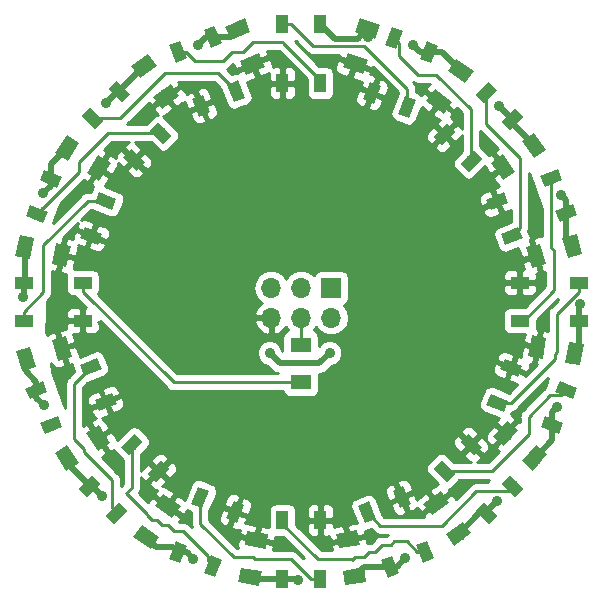
<source format=gtl>
G04 #@! TF.GenerationSoftware,KiCad,Pcbnew,5.0-dev-unknown-bc6763e~61~ubuntu16.04.1*
G04 #@! TF.CreationDate,2018-02-24T23:45:45-08:00*
G04 #@! TF.ProjectId,16-Tiny-Pixels-BeforePanel,31362D54696E792D506978656C732D42,rev?*
G04 #@! TF.SameCoordinates,Original*
G04 #@! TF.FileFunction,Copper,L1,Top,Signal*
G04 #@! TF.FilePolarity,Positive*
%FSLAX46Y46*%
G04 Gerber Fmt 4.6, Leading zero omitted, Abs format (unit mm)*
G04 Created by KiCad (PCBNEW 5.0-dev-unknown-bc6763e~61~ubuntu16.04.1) date Sat Feb 24 23:45:45 2018*
%MOMM*%
%LPD*%
G01*
G04 APERTURE LIST*
%ADD10C,1.245000*%
%ADD11C,0.150000*%
%ADD12O,1.700000X1.700000*%
%ADD13R,1.700000X1.700000*%
%ADD14R,1.800000X1.245000*%
%ADD15C,1.000000*%
%ADD16R,1.600000X1.000000*%
%ADD17R,1.000000X1.600000*%
%ADD18C,0.889000*%
%ADD19C,0.512000*%
%ADD20C,0.254000*%
G04 APERTURE END LIST*
D10*
X49545333Y-24856460D03*
D11*
G36*
X48912517Y-23963683D02*
X50603964Y-24579319D01*
X50178149Y-25749237D01*
X48486702Y-25133601D01*
X48912517Y-23963683D01*
X48912517Y-23963683D01*
G37*
D10*
X50634667Y-21863540D03*
D11*
G36*
X50001851Y-20970763D02*
X51693298Y-21586399D01*
X51267483Y-22756317D01*
X49576036Y-22140681D01*
X50001851Y-20970763D01*
X50001851Y-20970763D01*
G37*
D10*
X56670961Y-28056070D03*
D11*
G36*
X56290775Y-27029929D02*
X57765249Y-28062367D01*
X57051147Y-29082211D01*
X55576673Y-28049773D01*
X56290775Y-27029929D01*
X56290775Y-27029929D01*
G37*
D10*
X58497801Y-25447070D03*
D11*
G36*
X58117615Y-24420929D02*
X59592089Y-25453367D01*
X58877987Y-26473211D01*
X57403513Y-25440773D01*
X58117615Y-24420929D01*
X58117615Y-24420929D01*
G37*
D10*
X62095500Y-33603420D03*
D11*
G36*
X62089203Y-32509132D02*
X63121641Y-33983606D01*
X62101797Y-34697708D01*
X61069359Y-33223234D01*
X62089203Y-32509132D01*
X62089203Y-32509132D01*
G37*
D10*
X64704500Y-31776580D03*
D11*
G36*
X64698203Y-30682292D02*
X65730641Y-32156766D01*
X64710797Y-32870868D01*
X63678359Y-31396394D01*
X64698203Y-30682292D01*
X64698203Y-30682292D01*
G37*
D10*
X64861763Y-41122169D03*
D11*
G36*
X65230115Y-40091721D02*
X65695989Y-41830387D01*
X64493411Y-42152617D01*
X64027537Y-40413951D01*
X65230115Y-40091721D01*
X65230115Y-40091721D01*
G37*
D10*
X67938237Y-40297831D03*
D11*
G36*
X68306589Y-39267383D02*
X68772463Y-41006049D01*
X67569885Y-41328279D01*
X67104011Y-39589613D01*
X68306589Y-39267383D01*
X68306589Y-39267383D01*
G37*
D10*
X64981694Y-48853465D03*
D11*
G36*
X65751020Y-48075234D02*
X65438453Y-49847888D01*
X64212368Y-49631696D01*
X64524935Y-47859042D01*
X65751020Y-48075234D01*
X65751020Y-48075234D01*
G37*
D10*
X68118306Y-49406535D03*
D11*
G36*
X68887632Y-48628304D02*
X68575065Y-50400958D01*
X67348980Y-50184766D01*
X67661547Y-48412112D01*
X68887632Y-48628304D01*
X68887632Y-48628304D01*
G37*
D10*
X62300074Y-56172722D03*
D11*
G36*
X63355446Y-55883417D02*
X62198428Y-57262297D01*
X61244702Y-56462027D01*
X62401720Y-55083147D01*
X63355446Y-55883417D01*
X63355446Y-55883417D01*
G37*
D10*
X64739926Y-58220000D03*
D11*
G36*
X65795298Y-57930695D02*
X64638280Y-59309575D01*
X63684554Y-58509305D01*
X64841572Y-57130425D01*
X65795298Y-57930695D01*
X65795298Y-57930695D01*
G37*
D10*
X56433952Y-62071640D03*
D11*
G36*
X57527964Y-62046246D02*
X56071733Y-63104260D01*
X55339940Y-62097034D01*
X56796171Y-61039020D01*
X57527964Y-62046246D01*
X57527964Y-62046246D01*
G37*
D10*
X58306048Y-64648360D03*
D11*
G36*
X59400060Y-64622966D02*
X57943829Y-65680980D01*
X57212036Y-64673754D01*
X58668267Y-63615740D01*
X59400060Y-64622966D01*
X59400060Y-64622966D01*
G37*
D10*
X48953465Y-65121694D03*
D11*
G36*
X49947888Y-65578453D02*
X48175234Y-65891020D01*
X47959042Y-64664935D01*
X49731696Y-64352368D01*
X49947888Y-65578453D01*
X49947888Y-65578453D01*
G37*
D10*
X49506535Y-68258306D03*
D11*
G36*
X50500958Y-68715065D02*
X48728304Y-69027632D01*
X48512112Y-67801547D01*
X50284766Y-67488980D01*
X50500958Y-68715065D01*
X50500958Y-68715065D01*
G37*
D10*
X41196535Y-65161694D03*
D11*
G36*
X41974766Y-65931020D02*
X40202112Y-65618453D01*
X40418304Y-64392368D01*
X42190958Y-64704935D01*
X41974766Y-65931020D01*
X41974766Y-65931020D01*
G37*
D10*
X40643465Y-68298306D03*
D11*
G36*
X41421696Y-69067632D02*
X39649042Y-68755065D01*
X39865234Y-67528980D01*
X41637888Y-67841547D01*
X41421696Y-69067632D01*
X41421696Y-69067632D01*
G37*
D10*
X33692736Y-62301157D03*
D11*
G36*
X34072922Y-63327298D02*
X32598448Y-62294860D01*
X33312550Y-61275016D01*
X34787024Y-62307454D01*
X34072922Y-63327298D01*
X34072922Y-63327298D01*
G37*
D10*
X31865896Y-64910157D03*
D11*
G36*
X32246082Y-65936298D02*
X30771608Y-64903860D01*
X31485710Y-63884016D01*
X32960184Y-64916454D01*
X32246082Y-65936298D01*
X32246082Y-65936298D01*
G37*
D10*
X27815583Y-56532662D03*
D11*
G36*
X27783686Y-57626503D02*
X26803335Y-56116896D01*
X27847480Y-55438821D01*
X28827831Y-56948428D01*
X27783686Y-57626503D01*
X27783686Y-57626503D01*
G37*
D10*
X25144417Y-58267338D03*
D11*
G36*
X25112520Y-59361179D02*
X24132169Y-57851572D01*
X25176314Y-57173497D01*
X26156665Y-58683104D01*
X25112520Y-59361179D01*
X25112520Y-59361179D01*
G37*
D10*
X24740809Y-48961048D03*
D11*
G36*
X24390497Y-49997768D02*
X23894350Y-48267497D01*
X25091121Y-47924328D01*
X25587268Y-49654599D01*
X24390497Y-49997768D01*
X24390497Y-49997768D01*
G37*
D10*
X21679191Y-49838952D03*
D11*
G36*
X21328879Y-50875672D02*
X20832732Y-49145401D01*
X22029503Y-48802232D01*
X22525650Y-50532503D01*
X21328879Y-50875672D01*
X21328879Y-50875672D01*
G37*
D10*
X24687700Y-41041099D03*
D11*
G36*
X23891683Y-41792007D02*
X24265924Y-40031341D01*
X25483717Y-40290191D01*
X25109476Y-42050857D01*
X23891683Y-41792007D01*
X23891683Y-41792007D01*
G37*
D10*
X21572300Y-40378901D03*
D11*
G36*
X20776283Y-41129809D02*
X21150524Y-39369143D01*
X22368317Y-39627993D01*
X21994076Y-41388659D01*
X20776283Y-41129809D01*
X20776283Y-41129809D01*
G37*
D10*
X27842346Y-33708228D03*
D11*
G36*
X26830098Y-34123994D02*
X27810449Y-32614387D01*
X28854594Y-33292462D01*
X27874243Y-34802069D01*
X26830098Y-34123994D01*
X26830098Y-34123994D01*
G37*
D10*
X25171180Y-31973552D03*
D11*
G36*
X24158932Y-32389318D02*
X25139283Y-30879711D01*
X26183428Y-31557786D01*
X25203077Y-33067393D01*
X24158932Y-32389318D01*
X24158932Y-32389318D01*
G37*
D10*
X33566048Y-27628360D03*
D11*
G36*
X32472036Y-27653754D02*
X33928267Y-26595740D01*
X34660060Y-27602966D01*
X33203829Y-28660980D01*
X32472036Y-27653754D01*
X32472036Y-27653754D01*
G37*
D10*
X31693952Y-25051640D03*
D11*
G36*
X30599940Y-25077034D02*
X32056171Y-24019020D01*
X32787964Y-25026246D01*
X31331733Y-26084260D01*
X30599940Y-25077034D01*
X30599940Y-25077034D01*
G37*
D12*
X42440000Y-46360000D03*
X42440000Y-43820000D03*
X44980000Y-46360000D03*
X44980000Y-43820000D03*
X47520000Y-46360000D03*
D13*
X47520000Y-43820000D03*
D14*
X44950000Y-48657500D03*
X44950000Y-51842500D03*
D15*
X37495980Y-22573568D03*
D11*
G36*
X36723143Y-22032530D02*
X37643648Y-21641799D01*
X38268817Y-23114606D01*
X37348312Y-23505337D01*
X36723143Y-22032530D01*
X36723143Y-22032530D01*
G37*
D15*
X34550363Y-23823908D03*
D11*
G36*
X33777526Y-23282870D02*
X34698031Y-22892139D01*
X35323200Y-24364946D01*
X34402695Y-24755677D01*
X33777526Y-23282870D01*
X33777526Y-23282870D01*
G37*
D15*
X39449637Y-27176092D03*
D11*
G36*
X38676800Y-26635054D02*
X39597305Y-26244323D01*
X40222474Y-27717130D01*
X39301969Y-28107861D01*
X38676800Y-26635054D01*
X38676800Y-26635054D01*
G37*
D15*
X36504020Y-28426432D03*
D11*
G36*
X35731183Y-27885394D02*
X36651688Y-27494663D01*
X37276857Y-28967470D01*
X36356352Y-29358201D01*
X35731183Y-27885394D01*
X35731183Y-27885394D01*
G37*
D15*
X61573568Y-36504020D03*
D11*
G36*
X62114606Y-35731183D02*
X62505337Y-36651688D01*
X61032530Y-37276857D01*
X60641799Y-36356352D01*
X62114606Y-35731183D01*
X62114606Y-35731183D01*
G37*
D15*
X62823908Y-39449637D03*
D11*
G36*
X63364946Y-38676800D02*
X63755677Y-39597305D01*
X62282870Y-40222474D01*
X61892139Y-39301969D01*
X63364946Y-38676800D01*
X63364946Y-38676800D01*
G37*
D15*
X66176092Y-34550363D03*
D11*
G36*
X66717130Y-33777526D02*
X67107861Y-34698031D01*
X65635054Y-35323200D01*
X65244323Y-34402695D01*
X66717130Y-33777526D01*
X66717130Y-33777526D01*
G37*
D15*
X67426432Y-37495980D03*
D11*
G36*
X67967470Y-36723143D02*
X68358201Y-37643648D01*
X66885394Y-38268817D01*
X66494663Y-37348312D01*
X67967470Y-36723143D01*
X67967470Y-36723143D01*
G37*
D15*
X53495980Y-61573568D03*
D11*
G36*
X54268817Y-62114606D02*
X53348312Y-62505337D01*
X52723143Y-61032530D01*
X53643648Y-60641799D01*
X54268817Y-62114606D01*
X54268817Y-62114606D01*
G37*
D15*
X50550363Y-62823908D03*
D11*
G36*
X51323200Y-63364946D02*
X50402695Y-63755677D01*
X49777526Y-62282870D01*
X50698031Y-61892139D01*
X51323200Y-63364946D01*
X51323200Y-63364946D01*
G37*
D15*
X55449637Y-66176092D03*
D11*
G36*
X56222474Y-66717130D02*
X55301969Y-67107861D01*
X54676800Y-65635054D01*
X55597305Y-65244323D01*
X56222474Y-66717130D01*
X56222474Y-66717130D01*
G37*
D15*
X52504020Y-67426432D03*
D11*
G36*
X53276857Y-67967470D02*
X52356352Y-68358201D01*
X51731183Y-66885394D01*
X52651688Y-66494663D01*
X53276857Y-67967470D01*
X53276857Y-67967470D01*
G37*
D15*
X28426432Y-53495980D03*
D11*
G36*
X27885394Y-54268817D02*
X27494663Y-53348312D01*
X28967470Y-52723143D01*
X29358201Y-53643648D01*
X27885394Y-54268817D01*
X27885394Y-54268817D01*
G37*
D15*
X27176092Y-50550363D03*
D11*
G36*
X26635054Y-51323200D02*
X26244323Y-50402695D01*
X27717130Y-49777526D01*
X28107861Y-50698031D01*
X26635054Y-51323200D01*
X26635054Y-51323200D01*
G37*
D15*
X23823908Y-55449637D03*
D11*
G36*
X23282870Y-56222474D02*
X22892139Y-55301969D01*
X24364946Y-54676800D01*
X24755677Y-55597305D01*
X23282870Y-56222474D01*
X23282870Y-56222474D01*
G37*
D15*
X22573568Y-52504020D03*
D11*
G36*
X22032530Y-53276857D02*
X21641799Y-52356352D01*
X23114606Y-51731183D01*
X23505337Y-52651688D01*
X22032530Y-53276857D01*
X22032530Y-53276857D01*
G37*
D15*
X29563604Y-27200862D03*
D11*
G36*
X28644365Y-26988730D02*
X29351472Y-26281623D01*
X30482843Y-27412994D01*
X29775736Y-28120101D01*
X28644365Y-26988730D01*
X28644365Y-26988730D01*
G37*
D15*
X27300862Y-29463604D03*
D11*
G36*
X26381623Y-29251472D02*
X27088730Y-28544365D01*
X28220101Y-29675736D01*
X27512994Y-30382843D01*
X26381623Y-29251472D01*
X26381623Y-29251472D01*
G37*
D15*
X33099138Y-30736396D03*
D11*
G36*
X32179899Y-30524264D02*
X32887006Y-29817157D01*
X34018377Y-30948528D01*
X33311270Y-31655635D01*
X32179899Y-30524264D01*
X32179899Y-30524264D01*
G37*
D15*
X30836396Y-32999138D03*
D11*
G36*
X29917157Y-32787006D02*
X30624264Y-32079899D01*
X31755635Y-33211270D01*
X31048528Y-33918377D01*
X29917157Y-32787006D01*
X29917157Y-32787006D01*
G37*
D15*
X62899138Y-29563604D03*
D11*
G36*
X63111270Y-28644365D02*
X63818377Y-29351472D01*
X62687006Y-30482843D01*
X61979899Y-29775736D01*
X63111270Y-28644365D01*
X63111270Y-28644365D01*
G37*
D15*
X60636396Y-27300862D03*
D11*
G36*
X60848528Y-26381623D02*
X61555635Y-27088730D01*
X60424264Y-28220101D01*
X59717157Y-27512994D01*
X60848528Y-26381623D01*
X60848528Y-26381623D01*
G37*
D15*
X59363604Y-33099138D03*
D11*
G36*
X59575736Y-32179899D02*
X60282843Y-32887006D01*
X59151472Y-34018377D01*
X58444365Y-33311270D01*
X59575736Y-32179899D01*
X59575736Y-32179899D01*
G37*
D15*
X57100862Y-30836396D03*
D11*
G36*
X57312994Y-29917157D02*
X58020101Y-30624264D01*
X56888730Y-31755635D01*
X56181623Y-31048528D01*
X57312994Y-29917157D01*
X57312994Y-29917157D01*
G37*
D15*
X60636396Y-62899138D03*
D11*
G36*
X61555635Y-63111270D02*
X60848528Y-63818377D01*
X59717157Y-62687006D01*
X60424264Y-61979899D01*
X61555635Y-63111270D01*
X61555635Y-63111270D01*
G37*
D15*
X62899138Y-60636396D03*
D11*
G36*
X63818377Y-60848528D02*
X63111270Y-61555635D01*
X61979899Y-60424264D01*
X62687006Y-59717157D01*
X63818377Y-60848528D01*
X63818377Y-60848528D01*
G37*
D15*
X57100862Y-59363604D03*
D11*
G36*
X58020101Y-59575736D02*
X57312994Y-60282843D01*
X56181623Y-59151472D01*
X56888730Y-58444365D01*
X58020101Y-59575736D01*
X58020101Y-59575736D01*
G37*
D15*
X59363604Y-57100862D03*
D11*
G36*
X60282843Y-57312994D02*
X59575736Y-58020101D01*
X58444365Y-56888730D01*
X59151472Y-56181623D01*
X60282843Y-57312994D01*
X60282843Y-57312994D01*
G37*
D15*
X32899138Y-59363604D03*
D11*
G36*
X32687006Y-60282843D02*
X31979899Y-59575736D01*
X33111270Y-58444365D01*
X33818377Y-59151472D01*
X32687006Y-60282843D01*
X32687006Y-60282843D01*
G37*
D15*
X30636396Y-57100862D03*
D11*
G36*
X30424264Y-58020101D02*
X29717157Y-57312994D01*
X30848528Y-56181623D01*
X31555635Y-56888730D01*
X30424264Y-58020101D01*
X30424264Y-58020101D01*
G37*
D15*
X29363604Y-62899138D03*
D11*
G36*
X29151472Y-63818377D02*
X28444365Y-63111270D01*
X29575736Y-61979899D01*
X30282843Y-62687006D01*
X29151472Y-63818377D01*
X29151472Y-63818377D01*
G37*
D15*
X27100862Y-60636396D03*
D11*
G36*
X26888730Y-61555635D02*
X26181623Y-60848528D01*
X27312994Y-59717157D01*
X28020101Y-60424264D01*
X26888730Y-61555635D01*
X26888730Y-61555635D01*
G37*
D15*
X27218589Y-39420011D03*
D11*
G36*
X26289539Y-39583918D02*
X26664145Y-38656734D01*
X28147639Y-39256104D01*
X27773033Y-40183288D01*
X26289539Y-39583918D01*
X26289539Y-39583918D01*
G37*
D15*
X28417330Y-36453022D03*
D11*
G36*
X27488280Y-36616929D02*
X27862886Y-35689745D01*
X29346380Y-36289115D01*
X28971774Y-37216299D01*
X27488280Y-36616929D01*
X27488280Y-36616929D01*
G37*
D15*
X22582670Y-37546978D03*
D11*
G36*
X21653620Y-37710885D02*
X22028226Y-36783701D01*
X23511720Y-37383071D01*
X23137114Y-38310255D01*
X21653620Y-37710885D01*
X21653620Y-37710885D01*
G37*
D15*
X23781411Y-34579989D03*
D11*
G36*
X22852361Y-34743896D02*
X23226967Y-33816712D01*
X24710461Y-34416082D01*
X24335855Y-35343266D01*
X22852361Y-34743896D01*
X22852361Y-34743896D01*
G37*
D15*
X50979989Y-27318589D03*
D11*
G36*
X50816082Y-26389539D02*
X51743266Y-26764145D01*
X51143896Y-28247639D01*
X50216712Y-27873033D01*
X50816082Y-26389539D01*
X50816082Y-26389539D01*
G37*
D15*
X53946978Y-28517330D03*
D11*
G36*
X53783071Y-27588280D02*
X54710255Y-27962886D01*
X54110885Y-29446380D01*
X53183701Y-29071774D01*
X53783071Y-27588280D01*
X53783071Y-27588280D01*
G37*
D15*
X52853022Y-22682670D03*
D11*
G36*
X52689115Y-21753620D02*
X53616299Y-22128226D01*
X53016929Y-23611720D01*
X52089745Y-23237114D01*
X52689115Y-21753620D01*
X52689115Y-21753620D01*
G37*
D15*
X55820011Y-23881411D03*
D11*
G36*
X55656104Y-22952361D02*
X56583288Y-23326967D01*
X55983918Y-24810461D01*
X55056734Y-24435855D01*
X55656104Y-22952361D01*
X55656104Y-22952361D01*
G37*
D15*
X62781411Y-50579989D03*
D11*
G36*
X63710461Y-50416082D02*
X63335855Y-51343266D01*
X61852361Y-50743896D01*
X62226967Y-49816712D01*
X63710461Y-50416082D01*
X63710461Y-50416082D01*
G37*
D15*
X61582670Y-53546978D03*
D11*
G36*
X62511720Y-53383071D02*
X62137114Y-54310255D01*
X60653620Y-53710885D01*
X61028226Y-52783701D01*
X62511720Y-53383071D01*
X62511720Y-53383071D01*
G37*
D15*
X67417330Y-52453022D03*
D11*
G36*
X68346380Y-52289115D02*
X67971774Y-53216299D01*
X66488280Y-52616929D01*
X66862886Y-51689745D01*
X68346380Y-52289115D01*
X68346380Y-52289115D01*
G37*
D15*
X66218589Y-55420011D03*
D11*
G36*
X67147639Y-55256104D02*
X66773033Y-56183288D01*
X65289539Y-55583918D01*
X65664145Y-54656734D01*
X67147639Y-55256104D01*
X67147639Y-55256104D01*
G37*
D15*
X34579989Y-66218589D03*
D11*
G36*
X34743896Y-67147639D02*
X33816712Y-66773033D01*
X34416082Y-65289539D01*
X35343266Y-65664145D01*
X34743896Y-67147639D01*
X34743896Y-67147639D01*
G37*
D15*
X37546978Y-67417330D03*
D11*
G36*
X37710885Y-68346380D02*
X36783701Y-67971774D01*
X37383071Y-66488280D01*
X38310255Y-66862886D01*
X37710885Y-68346380D01*
X37710885Y-68346380D01*
G37*
D15*
X36453022Y-61582670D03*
D11*
G36*
X36616929Y-62511720D02*
X35689745Y-62137114D01*
X36289115Y-60653620D01*
X37216299Y-61028226D01*
X36616929Y-62511720D01*
X36616929Y-62511720D01*
G37*
D15*
X39420011Y-62781411D03*
D11*
G36*
X39583918Y-63710461D02*
X38656734Y-63335855D01*
X39256104Y-61852361D01*
X40183288Y-62226967D01*
X39583918Y-63710461D01*
X39583918Y-63710461D01*
G37*
D16*
X21500000Y-43400000D03*
X21500000Y-46600000D03*
X26500000Y-43400000D03*
X26500000Y-46600000D03*
D17*
X46600000Y-21500000D03*
X43400000Y-21500000D03*
X46600000Y-26500000D03*
X43400000Y-26500000D03*
D16*
X68500000Y-46600000D03*
X68500000Y-43400000D03*
X63500000Y-46600000D03*
X63500000Y-43400000D03*
D17*
X46600000Y-63500000D03*
X43400000Y-63500000D03*
X46600000Y-68500000D03*
X43400000Y-68500000D03*
D10*
X39620000Y-21950000D03*
D11*
G36*
X38548316Y-21728644D02*
X40205224Y-21025328D01*
X40691684Y-22171356D01*
X39034776Y-22874672D01*
X38548316Y-21728644D01*
X38548316Y-21728644D01*
G37*
D10*
X40864478Y-24881808D03*
D11*
G36*
X39792794Y-24660452D02*
X41449702Y-23957136D01*
X41936162Y-25103164D01*
X40279254Y-25806480D01*
X39792794Y-24660452D01*
X39792794Y-24660452D01*
G37*
D18*
X40770000Y-35870000D03*
X49430000Y-35870000D03*
X42310000Y-49340000D03*
X47400000Y-49340000D03*
X54490000Y-23300000D03*
X50613306Y-22584636D03*
X36210000Y-23250000D03*
X28440000Y-28220000D03*
X23150000Y-35830000D03*
X21470000Y-44570000D03*
X23170000Y-53730000D03*
X28100000Y-61440000D03*
X35830000Y-66770000D03*
X44709283Y-68530717D03*
X53780000Y-66710000D03*
X61560000Y-61886159D03*
X66670000Y-53880000D03*
X68600717Y-45220717D03*
X66990000Y-35990000D03*
X61750000Y-28470000D03*
D19*
X46530000Y-50210000D02*
X43180000Y-50210000D01*
X43180000Y-50210000D02*
X42310000Y-49340000D01*
X47400000Y-49340000D02*
X46530000Y-50210000D01*
X55820011Y-23881411D02*
X55071411Y-23881411D01*
X55071411Y-23881411D02*
X54490000Y-23300000D01*
X50634667Y-21863540D02*
X50634667Y-22563275D01*
X50634667Y-22563275D02*
X50613306Y-22584636D01*
X37495980Y-22573568D02*
X36886432Y-22573568D01*
X36886432Y-22573568D02*
X36210000Y-23250000D01*
X29563604Y-27200862D02*
X29459138Y-27200862D01*
X29459138Y-27200862D02*
X28440000Y-28220000D01*
X23781411Y-34579989D02*
X23781411Y-35198589D01*
X23781411Y-35198589D02*
X23150000Y-35830000D01*
X21500000Y-43400000D02*
X21500000Y-44540000D01*
X21500000Y-44540000D02*
X21470000Y-44570000D01*
X22573568Y-52504020D02*
X22573568Y-53133568D01*
X22573568Y-53133568D02*
X23170000Y-53730000D01*
X27100862Y-60636396D02*
X27296396Y-60636396D01*
X27296396Y-60636396D02*
X28100000Y-61440000D01*
X34579989Y-66218589D02*
X35278589Y-66218589D01*
X35278589Y-66218589D02*
X35830000Y-66770000D01*
X43400000Y-68500000D02*
X44678566Y-68500000D01*
X44678566Y-68500000D02*
X44709283Y-68530717D01*
X52504020Y-67426432D02*
X53063568Y-67426432D01*
X53063568Y-67426432D02*
X53780000Y-66710000D01*
X60636396Y-62899138D02*
X60636396Y-62809763D01*
X60636396Y-62809763D02*
X61560000Y-61886159D01*
X66218589Y-55420011D02*
X66218589Y-54331411D01*
X66218589Y-54331411D02*
X66670000Y-53880000D01*
X68500000Y-46600000D02*
X68500000Y-45321434D01*
X68500000Y-45321434D02*
X68600717Y-45220717D01*
X67426432Y-37495980D02*
X67426432Y-36426432D01*
X67426432Y-36426432D02*
X66990000Y-35990000D01*
X62899138Y-29563604D02*
X62843604Y-29563604D01*
X62843604Y-29563604D02*
X61750000Y-28470000D01*
X37495980Y-22573568D02*
X38996432Y-22573568D01*
X38996432Y-22573568D02*
X39620000Y-21950000D01*
X62899138Y-29563604D02*
X62899138Y-29971218D01*
X62899138Y-29971218D02*
X64704500Y-31776580D01*
X55820011Y-23881411D02*
X56932142Y-23881411D01*
X56932142Y-23881411D02*
X58497801Y-25447070D01*
X46600000Y-21500000D02*
X47822990Y-22722990D01*
X47822990Y-22722990D02*
X49775217Y-22722990D01*
X50038279Y-22459928D02*
X50594667Y-21903540D01*
X49775217Y-22722990D02*
X50038279Y-22459928D01*
X29563604Y-27200862D02*
X29563604Y-27181988D01*
X29563604Y-27181988D02*
X31693952Y-25051640D01*
X23781411Y-34579989D02*
X23781411Y-33363321D01*
X23781411Y-33363321D02*
X25171180Y-31973552D01*
X21572300Y-40378901D02*
X21572300Y-43327700D01*
X21572300Y-43327700D02*
X21500000Y-43400000D01*
X21679191Y-49838952D02*
X21679191Y-50875221D01*
X21679191Y-50875221D02*
X22573568Y-51769598D01*
X22573568Y-51769598D02*
X22573568Y-52504020D01*
X25144417Y-58267338D02*
X25144417Y-58679951D01*
X25144417Y-58679951D02*
X27100862Y-60636396D01*
X31865896Y-64910157D02*
X32695739Y-65740000D01*
X32695739Y-65740000D02*
X34101400Y-65740000D01*
X34101400Y-65740000D02*
X34579989Y-66218589D01*
X43400000Y-68500000D02*
X40845159Y-68500000D01*
X40845159Y-68500000D02*
X40643465Y-68298306D01*
X52504020Y-67426432D02*
X50338409Y-67426432D01*
X50338409Y-67426432D02*
X49506535Y-68258306D01*
X60636396Y-62899138D02*
X60055270Y-62899138D01*
X60055270Y-62899138D02*
X58306048Y-64648360D01*
X66218589Y-55420011D02*
X66218589Y-56741337D01*
X66218589Y-56741337D02*
X64739926Y-58220000D01*
X67426432Y-37495980D02*
X67426432Y-39786026D01*
X67426432Y-39786026D02*
X67938237Y-40297831D01*
X68500000Y-46600000D02*
X68500000Y-49024841D01*
X68500000Y-49024841D02*
X68118306Y-49406535D01*
D20*
X44980000Y-46360000D02*
X44980000Y-48627500D01*
X44980000Y-48627500D02*
X44950000Y-48657500D01*
X38360000Y-24640000D02*
X39130000Y-23870000D01*
X36009636Y-24640000D02*
X38360000Y-24640000D01*
X43470000Y-23070000D02*
X46600000Y-26200000D01*
X35193544Y-23823908D02*
X36009636Y-24640000D01*
X46600000Y-26200000D02*
X46600000Y-26500000D01*
X34550364Y-23823908D02*
X35193544Y-23823908D01*
X39130000Y-23870000D02*
X40044416Y-23870000D01*
X40044416Y-23870000D02*
X40934416Y-22980000D01*
X40934416Y-22980000D02*
X43470000Y-22980000D01*
X43470000Y-22980000D02*
X43470000Y-23070000D01*
X33487208Y-25660000D02*
X37933544Y-25660000D01*
X37933544Y-25660000D02*
X39449636Y-27176092D01*
X29683604Y-29463604D02*
X33487208Y-25660000D01*
X27300862Y-29463604D02*
X29683604Y-29463604D01*
X66113653Y-40393653D02*
X66420000Y-40700000D01*
X66113653Y-35255983D02*
X66113653Y-40393653D01*
X66176092Y-35193544D02*
X66113653Y-35255983D01*
X66420000Y-40700000D02*
X66420000Y-44010000D01*
X66176092Y-34550364D02*
X66176092Y-35193544D01*
X66420000Y-44010000D02*
X63830000Y-46600000D01*
X63830000Y-46600000D02*
X63500000Y-46600000D01*
X60636396Y-27300862D02*
X60636396Y-29976396D01*
X63504729Y-32844729D02*
X63504729Y-38768815D01*
X60636396Y-29976396D02*
X63504729Y-32844729D01*
X63504729Y-38768815D02*
X62823908Y-39449636D01*
X50740000Y-66160000D02*
X50290000Y-66610000D01*
X51210000Y-66160000D02*
X50740000Y-66160000D01*
X53930364Y-65300000D02*
X52830000Y-65300000D01*
X51800000Y-65570000D02*
X51210000Y-66160000D01*
X49530000Y-66610000D02*
X49290000Y-66850000D01*
X50290000Y-66610000D02*
X49530000Y-66610000D01*
X49250000Y-66810000D02*
X46410000Y-66810000D01*
X52560000Y-65570000D02*
X51800000Y-65570000D01*
X55449636Y-66176092D02*
X54806456Y-66176092D01*
X54806456Y-66176092D02*
X53930364Y-65300000D01*
X52830000Y-65300000D02*
X52560000Y-65570000D01*
X49290000Y-66850000D02*
X49250000Y-66810000D01*
X46410000Y-66810000D02*
X43400000Y-63800000D01*
X43400000Y-63800000D02*
X43400000Y-63500000D01*
X56920000Y-63960000D02*
X51686456Y-63960000D01*
X51686456Y-63960000D02*
X50550364Y-62823908D01*
X59819341Y-61060659D02*
X56920000Y-63960000D01*
X60080000Y-61060659D02*
X59939341Y-61060659D01*
X62474875Y-61060659D02*
X60080000Y-61060659D01*
X60080000Y-61060659D02*
X59819341Y-61060659D01*
X62899138Y-60636396D02*
X62474875Y-61060659D01*
X26560000Y-57710000D02*
X26560000Y-57460000D01*
X28939341Y-60089341D02*
X26560000Y-57710000D01*
X28939341Y-62474875D02*
X28939341Y-60089341D01*
X29363604Y-62899138D02*
X28939341Y-62474875D01*
X25770000Y-56670000D02*
X25770000Y-51956456D01*
X26560000Y-57460000D02*
X25770000Y-56670000D01*
X25770000Y-51956456D02*
X27176092Y-50550364D01*
X26200000Y-33170000D02*
X28633604Y-30736396D01*
X28633604Y-30736396D02*
X33099138Y-30736396D01*
X26200000Y-34017953D02*
X26200000Y-33170000D01*
X22582670Y-37546978D02*
X23037466Y-37092182D01*
X23037466Y-37092182D02*
X23125771Y-37092182D01*
X23125771Y-37092182D02*
X26200000Y-34017953D01*
X56430000Y-25780000D02*
X59363604Y-28713604D01*
X59363604Y-28713604D02*
X59363604Y-33099138D01*
X54910000Y-25780000D02*
X56430000Y-25780000D01*
X53307818Y-24177818D02*
X54910000Y-25780000D01*
X52853022Y-22682670D02*
X53307818Y-23137466D01*
X53307818Y-23137466D02*
X53307818Y-24177818D01*
X64240000Y-56240000D02*
X61116396Y-59363604D01*
X61116396Y-59363604D02*
X57100862Y-59363604D01*
X64240000Y-54760000D02*
X64240000Y-56240000D01*
X66092182Y-52907818D02*
X64240000Y-54760000D01*
X67417330Y-52453022D02*
X66962534Y-52907818D01*
X66962534Y-52907818D02*
X66092182Y-52907818D01*
X30190000Y-61190000D02*
X30636396Y-60743604D01*
X30636396Y-60743604D02*
X30636396Y-57100862D01*
X31960000Y-62960000D02*
X30190000Y-61190000D01*
X31960000Y-63090000D02*
X31960000Y-62960000D01*
X32360000Y-63490000D02*
X31960000Y-63090000D01*
X32740000Y-63490000D02*
X32360000Y-63490000D01*
X33170000Y-63920000D02*
X32740000Y-63490000D01*
X33690000Y-63920000D02*
X33170000Y-63920000D01*
X34200000Y-64430000D02*
X33690000Y-63920000D01*
X35020000Y-64430000D02*
X34200000Y-64430000D01*
X37092182Y-66502182D02*
X35020000Y-64430000D01*
X37546978Y-67417330D02*
X37092182Y-66962534D01*
X37092182Y-66962534D02*
X37092182Y-66502182D01*
X23120000Y-40240000D02*
X26906978Y-36453022D01*
X26906978Y-36453022D02*
X28417330Y-36453022D01*
X23120000Y-44226000D02*
X23120000Y-40240000D01*
X21500000Y-46600000D02*
X21500000Y-45846000D01*
X21500000Y-45846000D02*
X23120000Y-44226000D01*
X50330000Y-23360000D02*
X53946978Y-26976978D01*
X53946978Y-26976978D02*
X53946978Y-28517330D01*
X46014000Y-23360000D02*
X50330000Y-23360000D01*
X43400000Y-21500000D02*
X44154000Y-21500000D01*
X44154000Y-21500000D02*
X46014000Y-23360000D01*
X66480000Y-49840000D02*
X62773022Y-53546978D01*
X62773022Y-53546978D02*
X61582670Y-53546978D01*
X66480000Y-49440000D02*
X66480000Y-49840000D01*
X66640000Y-49280000D02*
X66480000Y-49440000D01*
X66640000Y-46014000D02*
X66640000Y-49280000D01*
X68500000Y-43400000D02*
X68500000Y-44154000D01*
X68500000Y-44154000D02*
X66640000Y-46014000D01*
X39260000Y-66640000D02*
X36453022Y-63833022D01*
X36453022Y-63833022D02*
X36453022Y-61582670D01*
X40940000Y-66640000D02*
X39260000Y-66640000D01*
X41110000Y-66810000D02*
X40940000Y-66640000D01*
X44156000Y-66810000D02*
X41110000Y-66810000D01*
X46600000Y-68500000D02*
X45846000Y-68500000D01*
X45846000Y-68500000D02*
X44156000Y-66810000D01*
X44950000Y-51842500D02*
X34188500Y-51842500D01*
X34188500Y-51842500D02*
X26500000Y-44154000D01*
X26500000Y-44154000D02*
X26500000Y-43400000D01*
G36*
X45422117Y-23845748D02*
X45464629Y-23909371D01*
X45528251Y-23951882D01*
X45716681Y-24077787D01*
X45716682Y-24077787D01*
X45716683Y-24077788D01*
X45938952Y-24122000D01*
X45938956Y-24122000D01*
X46013999Y-24136927D01*
X46089042Y-24122000D01*
X48228176Y-24122000D01*
X48295518Y-24266414D01*
X49469429Y-24693682D01*
X49476269Y-24674889D01*
X49714952Y-24761762D01*
X49708111Y-24780556D01*
X50882022Y-25207824D01*
X51030812Y-25138442D01*
X53184978Y-27292609D01*
X53184978Y-27342384D01*
X53182775Y-27345745D01*
X52583405Y-28829239D01*
X52536286Y-29077424D01*
X52587729Y-29324749D01*
X52729905Y-29533561D01*
X52941166Y-29672070D01*
X53868350Y-30046676D01*
X54116535Y-30093795D01*
X54363860Y-30042352D01*
X54572672Y-29900177D01*
X54711181Y-29688915D01*
X54977820Y-29028958D01*
X56144776Y-29028958D01*
X56183761Y-29250053D01*
X56583459Y-29529925D01*
X56712115Y-29620010D01*
X56500352Y-29831774D01*
X56500352Y-30056280D01*
X57100862Y-30656791D01*
X57913504Y-29844148D01*
X57913504Y-29619642D01*
X57851321Y-29557458D01*
X57672692Y-29378830D01*
X57630795Y-29361476D01*
X57764460Y-29170583D01*
X57725475Y-28949487D01*
X56702149Y-28232947D01*
X56144776Y-29028958D01*
X54977820Y-29028958D01*
X55174122Y-28543096D01*
X55315918Y-28642383D01*
X55715616Y-28922254D01*
X55936712Y-28883269D01*
X56494084Y-28087258D01*
X55470759Y-27370718D01*
X55249663Y-27409703D01*
X55174708Y-27516750D01*
X55164051Y-27501099D01*
X54952790Y-27362590D01*
X54708978Y-27264084D01*
X54708978Y-27052020D01*
X54723905Y-26976977D01*
X54708978Y-26901934D01*
X54708978Y-26901930D01*
X54664766Y-26679661D01*
X54635789Y-26636293D01*
X54538860Y-26491229D01*
X54496349Y-26427607D01*
X54432728Y-26385097D01*
X54409972Y-26362341D01*
X54424251Y-26371882D01*
X54440356Y-26382643D01*
X54612683Y-26497788D01*
X54834952Y-26542000D01*
X54834953Y-26542000D01*
X54910000Y-26556928D01*
X54985047Y-26542000D01*
X55874835Y-26542000D01*
X55843062Y-26562242D01*
X55577462Y-26941557D01*
X55616447Y-27162653D01*
X56639773Y-27879193D01*
X56651244Y-27862810D01*
X56859310Y-28008499D01*
X56847838Y-28024882D01*
X57871163Y-28741422D01*
X58092259Y-28702437D01*
X58167439Y-28595069D01*
X58601604Y-29029235D01*
X58601604Y-30368803D01*
X58558428Y-30264566D01*
X58379800Y-30085937D01*
X58317616Y-30023754D01*
X58093110Y-30023754D01*
X57280467Y-30836396D01*
X57880978Y-31436906D01*
X58105484Y-31436906D01*
X58558428Y-30983963D01*
X58601604Y-30879725D01*
X58601605Y-32238412D01*
X57986556Y-32853461D01*
X57846208Y-33063505D01*
X57796925Y-33311270D01*
X57846208Y-33559035D01*
X57986556Y-33769079D01*
X58693663Y-34476186D01*
X58903707Y-34616534D01*
X59151472Y-34665817D01*
X59399237Y-34616534D01*
X59609281Y-34476186D01*
X60528117Y-33557350D01*
X60621645Y-33690922D01*
X60901517Y-34090620D01*
X61122612Y-34129605D01*
X61918623Y-33572232D01*
X61202083Y-32548906D01*
X60980987Y-32509921D01*
X60854003Y-32598837D01*
X60740652Y-32429197D01*
X60125604Y-31814149D01*
X60125604Y-30551544D01*
X60150647Y-30568277D01*
X61634615Y-32052246D01*
X61449133Y-32182122D01*
X61410148Y-32403218D01*
X62126688Y-33426543D01*
X62143071Y-33415071D01*
X62288760Y-33623137D01*
X62272377Y-33634608D01*
X62283849Y-33650991D01*
X62075783Y-33796680D01*
X62064312Y-33780297D01*
X61268301Y-34337669D01*
X61229316Y-34558765D01*
X61509187Y-34958463D01*
X61654084Y-35165396D01*
X61721371Y-35208262D01*
X61393122Y-35347596D01*
X61309021Y-35555754D01*
X61640849Y-36337493D01*
X61659260Y-36329678D01*
X61758505Y-36563486D01*
X61740095Y-36571301D01*
X62071923Y-37353040D01*
X62280082Y-37437142D01*
X62742730Y-37240759D01*
X62742730Y-38237561D01*
X61639164Y-38705997D01*
X61430352Y-38848172D01*
X61291843Y-39059434D01*
X61244724Y-39307619D01*
X61296167Y-39554944D01*
X61686898Y-40475449D01*
X61829073Y-40684261D01*
X62040335Y-40822770D01*
X62288520Y-40869889D01*
X62535845Y-40818446D01*
X63382253Y-40459168D01*
X63446865Y-40700306D01*
X63573154Y-41171621D01*
X63767582Y-41283874D01*
X64706220Y-41032366D01*
X64382891Y-39825684D01*
X64361054Y-39813076D01*
X64403092Y-39591655D01*
X64351649Y-39344330D01*
X64226041Y-39048416D01*
X64266729Y-38843863D01*
X64266729Y-38843859D01*
X64281656Y-38768816D01*
X64266729Y-38693773D01*
X64266729Y-34135609D01*
X64365581Y-34277896D01*
X65351653Y-37159809D01*
X65351654Y-39467243D01*
X65187770Y-39445667D01*
X64740489Y-39565515D01*
X64628236Y-39759944D01*
X64951566Y-40966626D01*
X64970884Y-40961450D01*
X65036625Y-41206796D01*
X65017306Y-41211972D01*
X65340635Y-42418654D01*
X65535064Y-42530908D01*
X65658001Y-42497967D01*
X65658001Y-43694368D01*
X63899810Y-45452560D01*
X62700000Y-45452560D01*
X62452235Y-45501843D01*
X62242191Y-45642191D01*
X62101843Y-45852235D01*
X62052560Y-46100000D01*
X62052560Y-47100000D01*
X62101843Y-47347765D01*
X62242191Y-47557809D01*
X62452235Y-47698157D01*
X62700000Y-47747440D01*
X63899817Y-47747440D01*
X63877648Y-47873166D01*
X63792918Y-48353694D01*
X63921690Y-48537598D01*
X64878677Y-48706341D01*
X65095607Y-47476070D01*
X64966835Y-47292165D01*
X64911169Y-47282350D01*
X64947440Y-47100000D01*
X64947440Y-46560190D01*
X66694853Y-44812777D01*
X66698540Y-44877830D01*
X66154253Y-45422117D01*
X66090629Y-45464629D01*
X65922212Y-45716684D01*
X65878000Y-45938953D01*
X65878000Y-45938957D01*
X65863073Y-46014000D01*
X65878000Y-46089043D01*
X65878000Y-47452828D01*
X65529653Y-47391405D01*
X65345748Y-47520177D01*
X65128818Y-48750448D01*
X65148514Y-48753921D01*
X65104407Y-49004062D01*
X65084711Y-49000589D01*
X64867781Y-50230860D01*
X64926974Y-50315396D01*
X63961668Y-51280701D01*
X63917154Y-51175833D01*
X62851588Y-50745316D01*
X62533454Y-51532727D01*
X62621175Y-51739387D01*
X63215091Y-51979344D01*
X63263448Y-51978922D01*
X62544387Y-52697983D01*
X61270761Y-52183405D01*
X61022576Y-52136286D01*
X60775251Y-52187729D01*
X60566439Y-52329905D01*
X60427930Y-52541166D01*
X60053324Y-53468350D01*
X60006205Y-53716535D01*
X60057648Y-53963860D01*
X60199823Y-54172672D01*
X60411085Y-54311181D01*
X61762417Y-54857154D01*
X61520450Y-55145519D01*
X61540017Y-55369171D01*
X62284420Y-55993800D01*
X63087423Y-55036819D01*
X63067856Y-54813167D01*
X62742509Y-54540169D01*
X62834855Y-54311606D01*
X62848065Y-54308978D01*
X62848070Y-54308978D01*
X63070339Y-54264766D01*
X63322393Y-54096349D01*
X63364905Y-54032725D01*
X65916795Y-51480835D01*
X65650570Y-52286445D01*
X65542811Y-52358447D01*
X65500300Y-52422069D01*
X63754253Y-54168117D01*
X63690629Y-54210629D01*
X63522212Y-54462684D01*
X63478000Y-54684953D01*
X63478000Y-54684957D01*
X63463073Y-54760000D01*
X63478000Y-54835044D01*
X63478000Y-55182939D01*
X63281998Y-55200087D01*
X62478996Y-56157068D01*
X62494317Y-56169924D01*
X62331048Y-56364499D01*
X62315728Y-56351644D01*
X61512725Y-57308625D01*
X61532292Y-57532277D01*
X61715969Y-57686400D01*
X60800766Y-58601604D01*
X59831198Y-58601604D01*
X59935434Y-58558428D01*
X60114063Y-58379800D01*
X60176246Y-58317616D01*
X60176246Y-58093110D01*
X59363604Y-57280467D01*
X58763094Y-57880978D01*
X58763094Y-58105484D01*
X59216037Y-58558428D01*
X59320274Y-58601604D01*
X57961587Y-58601604D01*
X57346539Y-57986556D01*
X57136495Y-57846208D01*
X56888730Y-57796925D01*
X56640965Y-57846208D01*
X56430921Y-57986556D01*
X55723814Y-58693663D01*
X55583466Y-58903707D01*
X55534183Y-59151472D01*
X55583466Y-59399237D01*
X55723814Y-59609281D01*
X56557749Y-60443216D01*
X56525114Y-60451051D01*
X56320741Y-60599537D01*
X55925989Y-60886341D01*
X55890868Y-61108084D01*
X56462048Y-61894246D01*
X57472713Y-61159955D01*
X57507833Y-60938213D01*
X57478197Y-60897422D01*
X57560759Y-60881000D01*
X57770803Y-60740652D01*
X58385851Y-60125604D01*
X60862155Y-60125604D01*
X60704502Y-60298659D01*
X59894383Y-60298659D01*
X59819340Y-60283732D01*
X59744297Y-60298659D01*
X59744293Y-60298659D01*
X59522024Y-60342871D01*
X59522023Y-60342872D01*
X59522022Y-60342872D01*
X59367251Y-60446287D01*
X59269970Y-60511288D01*
X59227459Y-60574910D01*
X58078585Y-61723785D01*
X57843753Y-61400566D01*
X57622010Y-61365446D01*
X56611346Y-62099736D01*
X56623102Y-62115917D01*
X56417611Y-62265214D01*
X56405856Y-62249034D01*
X55395191Y-62983325D01*
X55361190Y-63198000D01*
X52002087Y-63198000D01*
X51919990Y-63115903D01*
X51919172Y-63111971D01*
X51566057Y-62280082D01*
X52562858Y-62280082D01*
X52813145Y-62869720D01*
X52993325Y-63046782D01*
X53227549Y-63141416D01*
X53480158Y-63139211D01*
X53712695Y-63040505D01*
X53793645Y-63006144D01*
X53877746Y-62797985D01*
X53428699Y-61740095D01*
X52646960Y-62071923D01*
X52562858Y-62280082D01*
X51566057Y-62280082D01*
X51294003Y-61639164D01*
X51151828Y-61430352D01*
X50940566Y-61291843D01*
X50692381Y-61244724D01*
X50445056Y-61296167D01*
X49524551Y-61686898D01*
X49315739Y-61829073D01*
X49177230Y-62040335D01*
X49130111Y-62288520D01*
X49181554Y-62535845D01*
X49682597Y-63716229D01*
X49497039Y-63748948D01*
X49016511Y-63833678D01*
X48887740Y-64017583D01*
X49056482Y-64974570D01*
X50286753Y-64757640D01*
X50415525Y-64573735D01*
X50384643Y-64398592D01*
X50408345Y-64403092D01*
X50655670Y-64351649D01*
X50897727Y-64248902D01*
X51094574Y-64445749D01*
X51137085Y-64509371D01*
X51200707Y-64551882D01*
X51238191Y-64576928D01*
X51389139Y-64677788D01*
X51611408Y-64722000D01*
X51611409Y-64722000D01*
X51686456Y-64736928D01*
X51761503Y-64722000D01*
X52323475Y-64722000D01*
X52280629Y-64750629D01*
X52242295Y-64808000D01*
X51875042Y-64808000D01*
X51799999Y-64793073D01*
X51724956Y-64808000D01*
X51724952Y-64808000D01*
X51502683Y-64852212D01*
X51250629Y-65020629D01*
X51208118Y-65084251D01*
X50894370Y-65398000D01*
X50815042Y-65398000D01*
X50739999Y-65383073D01*
X50664956Y-65398000D01*
X50664952Y-65398000D01*
X50564392Y-65418003D01*
X50514765Y-65136553D01*
X50330860Y-65007781D01*
X49100589Y-65224711D01*
X49104062Y-65244407D01*
X48853921Y-65288514D01*
X48850448Y-65268818D01*
X47620177Y-65485748D01*
X47491405Y-65669653D01*
X47558118Y-66048000D01*
X46725631Y-66048000D01*
X44547440Y-63869810D01*
X44547440Y-63785750D01*
X45465000Y-63785750D01*
X45465000Y-64426309D01*
X45561673Y-64659698D01*
X45740301Y-64838327D01*
X45973690Y-64935000D01*
X46314250Y-64935000D01*
X46473000Y-64776250D01*
X46473000Y-63627000D01*
X46727000Y-63627000D01*
X46727000Y-64776250D01*
X46885750Y-64935000D01*
X47226310Y-64935000D01*
X47352639Y-64882673D01*
X47392165Y-65106835D01*
X47576070Y-65235607D01*
X48806341Y-65018677D01*
X48637598Y-64061690D01*
X48453694Y-63932918D01*
X47973166Y-64017648D01*
X47735000Y-64059643D01*
X47735000Y-63785750D01*
X47576250Y-63627000D01*
X46727000Y-63627000D01*
X46473000Y-63627000D01*
X45623750Y-63627000D01*
X45465000Y-63785750D01*
X44547440Y-63785750D01*
X44547440Y-62700000D01*
X44522316Y-62573691D01*
X45465000Y-62573691D01*
X45465000Y-63214250D01*
X45623750Y-63373000D01*
X46473000Y-63373000D01*
X46473000Y-62223750D01*
X46727000Y-62223750D01*
X46727000Y-63373000D01*
X47576250Y-63373000D01*
X47735000Y-63214250D01*
X47735000Y-62573691D01*
X47638327Y-62340302D01*
X47459699Y-62161673D01*
X47226310Y-62065000D01*
X46885750Y-62065000D01*
X46727000Y-62223750D01*
X46473000Y-62223750D01*
X46314250Y-62065000D01*
X45973690Y-62065000D01*
X45740301Y-62161673D01*
X45561673Y-62340302D01*
X45465000Y-62573691D01*
X44522316Y-62573691D01*
X44498157Y-62452235D01*
X44357809Y-62242191D01*
X44147765Y-62101843D01*
X43900000Y-62052560D01*
X42900000Y-62052560D01*
X42652235Y-62101843D01*
X42442191Y-62242191D01*
X42301843Y-62452235D01*
X42252560Y-62700000D01*
X42252560Y-64071001D01*
X42176834Y-64057648D01*
X41696306Y-63972918D01*
X41512402Y-64101690D01*
X41343659Y-65058677D01*
X42573930Y-65275607D01*
X42757835Y-65146835D01*
X42796619Y-64926877D01*
X42900000Y-64947440D01*
X43469810Y-64947440D01*
X45264467Y-66742097D01*
X45166106Y-66742476D01*
X44747883Y-66324253D01*
X44705371Y-66260629D01*
X44453317Y-66092212D01*
X44231048Y-66048000D01*
X44231043Y-66048000D01*
X44156000Y-66033073D01*
X44080957Y-66048000D01*
X42598936Y-66048000D01*
X42658595Y-65709653D01*
X42529823Y-65525748D01*
X41299552Y-65308818D01*
X41296079Y-65328514D01*
X41045938Y-65284407D01*
X41049411Y-65264711D01*
X39819140Y-65047781D01*
X39635235Y-65176553D01*
X39554826Y-65632577D01*
X39609235Y-65878000D01*
X39575631Y-65878000D01*
X37709935Y-64012304D01*
X39059672Y-64012304D01*
X39147393Y-64218964D01*
X39228931Y-64251907D01*
X39463155Y-64346540D01*
X39715764Y-64344335D01*
X39787334Y-64313955D01*
X39734475Y-64613735D01*
X39863247Y-64797640D01*
X41093518Y-65014570D01*
X41262260Y-64057583D01*
X41133489Y-63873678D01*
X40652961Y-63788948D01*
X40404180Y-63745081D01*
X40240103Y-63781456D01*
X40365321Y-63471532D01*
X40277599Y-63264873D01*
X39490188Y-62946738D01*
X39059672Y-64012304D01*
X37709935Y-64012304D01*
X37215022Y-63517392D01*
X37215022Y-63215091D01*
X38020656Y-63215091D01*
X38022860Y-63467700D01*
X38121566Y-63700237D01*
X38301746Y-63877300D01*
X38535970Y-63971933D01*
X38617508Y-64004876D01*
X38824167Y-63917154D01*
X39254684Y-62851588D01*
X38907295Y-62711234D01*
X39585338Y-62711234D01*
X40372749Y-63029368D01*
X40579409Y-62941647D01*
X40819366Y-62347731D01*
X40817162Y-62095122D01*
X40718456Y-61862585D01*
X40538276Y-61685522D01*
X40304052Y-61590889D01*
X40222514Y-61557946D01*
X40015855Y-61645668D01*
X39585338Y-62711234D01*
X38907295Y-62711234D01*
X38467273Y-62533454D01*
X38260613Y-62621175D01*
X38020656Y-63215091D01*
X37215022Y-63215091D01*
X37215022Y-62757615D01*
X37217225Y-62754255D01*
X37485080Y-62091290D01*
X38474701Y-62091290D01*
X38562423Y-62297949D01*
X39349834Y-62616084D01*
X39780350Y-61550518D01*
X39692629Y-61343858D01*
X39611091Y-61310915D01*
X39376867Y-61216282D01*
X39124258Y-61218487D01*
X38891721Y-61317194D01*
X38714659Y-61497374D01*
X38474701Y-62091290D01*
X37485080Y-62091290D01*
X37816595Y-61270761D01*
X37863714Y-61022576D01*
X37840666Y-60911767D01*
X52087065Y-60911767D01*
X52089269Y-61164376D01*
X52339556Y-61754014D01*
X52547714Y-61838115D01*
X53012444Y-61640849D01*
X53662507Y-61640849D01*
X54111555Y-62698739D01*
X54319713Y-62782841D01*
X54400664Y-62748480D01*
X54633201Y-62649774D01*
X54810263Y-62469593D01*
X54815786Y-62455923D01*
X55024151Y-62742714D01*
X55245894Y-62777834D01*
X56256558Y-62043544D01*
X55685378Y-61257381D01*
X55463635Y-61222261D01*
X55068883Y-61509065D01*
X54864510Y-61657551D01*
X54805513Y-61753825D01*
X54652404Y-61393122D01*
X54444246Y-61309021D01*
X53662507Y-61640849D01*
X53012444Y-61640849D01*
X53329453Y-61506287D01*
X52880405Y-60448397D01*
X52672247Y-60364295D01*
X52591296Y-60398656D01*
X52358759Y-60497362D01*
X52181697Y-60677543D01*
X52087065Y-60911767D01*
X37840666Y-60911767D01*
X37812271Y-60775251D01*
X37670095Y-60566439D01*
X37458834Y-60427930D01*
X37263849Y-60349151D01*
X53114214Y-60349151D01*
X53563261Y-61407041D01*
X54345000Y-61075213D01*
X54429102Y-60867054D01*
X54178815Y-60277416D01*
X53998635Y-60100354D01*
X53764411Y-60005720D01*
X53511802Y-60007925D01*
X53279265Y-60106631D01*
X53198315Y-60140992D01*
X53114214Y-60349151D01*
X37263849Y-60349151D01*
X36531650Y-60053324D01*
X36283465Y-60006205D01*
X36036140Y-60057648D01*
X35827328Y-60199823D01*
X35688819Y-60411085D01*
X35136864Y-61777222D01*
X35047779Y-61714844D01*
X34648081Y-61434973D01*
X34426985Y-61473958D01*
X33869613Y-62269969D01*
X34892938Y-62986509D01*
X35114034Y-62947524D01*
X35319696Y-62653808D01*
X35447210Y-62737410D01*
X35691022Y-62835916D01*
X35691022Y-63757979D01*
X35676095Y-63833022D01*
X35691022Y-63908065D01*
X35691022Y-63908069D01*
X35719657Y-64052027D01*
X35611883Y-63944253D01*
X35569371Y-63880629D01*
X35317317Y-63712212D01*
X35095048Y-63668000D01*
X35095043Y-63668000D01*
X35020000Y-63653073D01*
X34944957Y-63668000D01*
X34609551Y-63668000D01*
X34786235Y-63415670D01*
X34747250Y-63194574D01*
X33723924Y-62478034D01*
X33712453Y-62494417D01*
X33504387Y-62348728D01*
X33515859Y-62332345D01*
X32492534Y-61615805D01*
X32271438Y-61654790D01*
X32049451Y-61971820D01*
X31259803Y-61182173D01*
X31340995Y-61060660D01*
X31354183Y-61040923D01*
X31354183Y-61040922D01*
X31354184Y-61040921D01*
X31398396Y-60818652D01*
X31398396Y-60818648D01*
X31413323Y-60743605D01*
X31398396Y-60668562D01*
X31398396Y-60355852D01*
X32086496Y-60355852D01*
X32086496Y-60580358D01*
X32148679Y-60642542D01*
X32327308Y-60821170D01*
X32560697Y-60917843D01*
X32787455Y-60917842D01*
X32599237Y-61186644D01*
X32638222Y-61407740D01*
X33661548Y-62124280D01*
X34218921Y-61328269D01*
X34179936Y-61107174D01*
X33780238Y-60827302D01*
X33573304Y-60682406D01*
X33326674Y-60627730D01*
X33221621Y-60646254D01*
X33499648Y-60368226D01*
X33499648Y-60143720D01*
X32899138Y-59543209D01*
X32086496Y-60355852D01*
X31398396Y-60355852D01*
X31398396Y-59831198D01*
X31441572Y-59935434D01*
X31620200Y-60114063D01*
X31682384Y-60176246D01*
X31906890Y-60176246D01*
X32719533Y-59363604D01*
X33078743Y-59363604D01*
X33679254Y-59964114D01*
X33903760Y-59964114D01*
X34356704Y-59511171D01*
X34453376Y-59277782D01*
X34453377Y-59025163D01*
X34356704Y-58791774D01*
X34178076Y-58613145D01*
X34115892Y-58550962D01*
X33891386Y-58550962D01*
X33078743Y-59363604D01*
X32719533Y-59363604D01*
X32119022Y-58763094D01*
X31894516Y-58763094D01*
X31441572Y-59216037D01*
X31398396Y-59320274D01*
X31398396Y-58358982D01*
X32298628Y-58358982D01*
X32298628Y-58583488D01*
X32899138Y-59183999D01*
X33711780Y-58371356D01*
X33711780Y-58146850D01*
X33649597Y-58084666D01*
X33470968Y-57906038D01*
X33237579Y-57809365D01*
X32984960Y-57809366D01*
X32751571Y-57906038D01*
X32298628Y-58358982D01*
X31398396Y-58358982D01*
X31398396Y-57961587D01*
X32013444Y-57346539D01*
X32153792Y-57136495D01*
X32203075Y-56888730D01*
X32177951Y-56762421D01*
X57809365Y-56762421D01*
X57809366Y-57015040D01*
X57906038Y-57248429D01*
X58358982Y-57701372D01*
X58583488Y-57701372D01*
X59183999Y-57100862D01*
X59543209Y-57100862D01*
X60355852Y-57913504D01*
X60580358Y-57913504D01*
X60642542Y-57851321D01*
X60821170Y-57672692D01*
X60917843Y-57439303D01*
X60917842Y-57186684D01*
X60821170Y-56953295D01*
X60368226Y-56500352D01*
X60143720Y-56500352D01*
X59543209Y-57100862D01*
X59183999Y-57100862D01*
X58371356Y-56288220D01*
X58146850Y-56288220D01*
X58084666Y-56350403D01*
X57906038Y-56529032D01*
X57809365Y-56762421D01*
X32177951Y-56762421D01*
X32153792Y-56640965D01*
X32013444Y-56430921D01*
X31466631Y-55884108D01*
X58550962Y-55884108D01*
X58550962Y-56108614D01*
X59363604Y-56921257D01*
X59893318Y-56391542D01*
X60601110Y-56391542D01*
X60623128Y-56643200D01*
X60739774Y-56867275D01*
X61094498Y-57164924D01*
X61318150Y-57145357D01*
X62121152Y-56188376D01*
X61376749Y-55563747D01*
X61153097Y-55583314D01*
X60839454Y-55957098D01*
X60677074Y-56150616D01*
X60601110Y-56391542D01*
X59893318Y-56391542D01*
X59964114Y-56320746D01*
X59964114Y-56096240D01*
X59511171Y-55643296D01*
X59277782Y-55546624D01*
X59025163Y-55546623D01*
X58791774Y-55643296D01*
X58613145Y-55821924D01*
X58550962Y-55884108D01*
X31466631Y-55884108D01*
X31306337Y-55723814D01*
X31096293Y-55583466D01*
X30848528Y-55534183D01*
X30600763Y-55583466D01*
X30390719Y-55723814D01*
X29420061Y-56694472D01*
X29291594Y-56496650D01*
X29025842Y-56087429D01*
X28806241Y-56040751D01*
X27991263Y-56570004D01*
X28671654Y-57617713D01*
X28891254Y-57664391D01*
X29111202Y-57521555D01*
X29119000Y-57560759D01*
X29259348Y-57770803D01*
X29874397Y-58385852D01*
X29874396Y-60427974D01*
X29704253Y-60598117D01*
X29701341Y-60600063D01*
X29701341Y-60164383D01*
X29716268Y-60089340D01*
X29701341Y-60014297D01*
X29701341Y-60014293D01*
X29657129Y-59792024D01*
X29604862Y-59713800D01*
X29531223Y-59603592D01*
X29488712Y-59539970D01*
X29425090Y-59497459D01*
X28103557Y-58175927D01*
X28411954Y-57975652D01*
X28458631Y-57756052D01*
X27778241Y-56708342D01*
X27761468Y-56719235D01*
X27623129Y-56506213D01*
X27639903Y-56495320D01*
X26959512Y-55447611D01*
X26739912Y-55400933D01*
X26532000Y-55535953D01*
X26532000Y-55309272D01*
X27172535Y-55309272D01*
X27852925Y-56356982D01*
X28667903Y-55827729D01*
X28714581Y-55608128D01*
X28448829Y-55198907D01*
X28311243Y-54987042D01*
X28123118Y-54857748D01*
X28606878Y-54652404D01*
X28690979Y-54444246D01*
X28359151Y-53662507D01*
X27301261Y-54111555D01*
X27217159Y-54319713D01*
X27251520Y-54400664D01*
X27350226Y-54633201D01*
X27530407Y-54810263D01*
X27603802Y-54839916D01*
X27219212Y-55089672D01*
X27172535Y-55309272D01*
X26532000Y-55309272D01*
X26532000Y-53227549D01*
X26858584Y-53227549D01*
X26860789Y-53480158D01*
X26959495Y-53712695D01*
X26993856Y-53793645D01*
X27202015Y-53877746D01*
X27942896Y-53563261D01*
X28592959Y-53563261D01*
X28924787Y-54345000D01*
X29132946Y-54429102D01*
X29722584Y-54178815D01*
X29899646Y-53998635D01*
X29994280Y-53764411D01*
X29992075Y-53511802D01*
X29893369Y-53279265D01*
X29859008Y-53198315D01*
X29650849Y-53114214D01*
X28592959Y-53563261D01*
X27942896Y-53563261D01*
X28259905Y-53428699D01*
X27928077Y-52646960D01*
X27719918Y-52562858D01*
X27130280Y-52813145D01*
X26953218Y-52993325D01*
X26858584Y-53227549D01*
X26532000Y-53227549D01*
X26532000Y-52547714D01*
X28161885Y-52547714D01*
X28493713Y-53329453D01*
X29551603Y-52880405D01*
X29635705Y-52672247D01*
X29601344Y-52591296D01*
X29502638Y-52358759D01*
X29322457Y-52181697D01*
X29088233Y-52087065D01*
X28835624Y-52089269D01*
X28245986Y-52339556D01*
X28161885Y-52547714D01*
X26532000Y-52547714D01*
X26532000Y-52272086D01*
X26884096Y-51919990D01*
X26888029Y-51919172D01*
X28360836Y-51294003D01*
X28569648Y-51151828D01*
X28708157Y-50940566D01*
X28755276Y-50692381D01*
X28703833Y-50445056D01*
X28313102Y-49524551D01*
X28170927Y-49315739D01*
X27959665Y-49177230D01*
X27711480Y-49130111D01*
X27464155Y-49181554D01*
X26220108Y-49709620D01*
X26232485Y-49600987D01*
X26162854Y-49358154D01*
X26028359Y-48889115D01*
X25832001Y-48780272D01*
X24897895Y-49048122D01*
X25242235Y-50248978D01*
X25438593Y-50357821D01*
X25616167Y-50306903D01*
X25596908Y-50408345D01*
X25648351Y-50655670D01*
X25751098Y-50897727D01*
X25284251Y-51364575D01*
X25220630Y-51407085D01*
X25178119Y-51470707D01*
X25178118Y-51470708D01*
X25052213Y-51659139D01*
X24993073Y-51956456D01*
X25008001Y-52031504D01*
X25008000Y-53999464D01*
X23903649Y-50918575D01*
X23797769Y-50234430D01*
X23814912Y-50294214D01*
X23972171Y-50491916D01*
X24193116Y-50614387D01*
X24444111Y-50642984D01*
X24889232Y-50515348D01*
X24998075Y-50318990D01*
X24653735Y-49118134D01*
X24634509Y-49123647D01*
X24564498Y-48879487D01*
X24583723Y-48873974D01*
X24239383Y-47673118D01*
X24113078Y-47603106D01*
X24483543Y-47603106D01*
X24827883Y-48803962D01*
X25761989Y-48536111D01*
X25870832Y-48339753D01*
X25736337Y-47870715D01*
X25697421Y-47735000D01*
X26214250Y-47735000D01*
X26373000Y-47576250D01*
X26373000Y-46727000D01*
X25223750Y-46727000D01*
X25065000Y-46885750D01*
X25065000Y-47226310D01*
X25089316Y-47285015D01*
X25037507Y-47279112D01*
X24592386Y-47406748D01*
X24483543Y-47603106D01*
X24113078Y-47603106D01*
X24043025Y-47564275D01*
X23597904Y-47691911D01*
X23425507Y-47829043D01*
X23387208Y-47581575D01*
X23421484Y-45973690D01*
X25065000Y-45973690D01*
X25065000Y-46314250D01*
X25223750Y-46473000D01*
X26373000Y-46473000D01*
X26373000Y-45623750D01*
X26214250Y-45465000D01*
X25573691Y-45465000D01*
X25340302Y-45561673D01*
X25161673Y-45740301D01*
X25065000Y-45973690D01*
X23421484Y-45973690D01*
X23442647Y-44980984D01*
X23605750Y-44817881D01*
X23669371Y-44775371D01*
X23837788Y-44523317D01*
X23882000Y-44301048D01*
X23882000Y-44301043D01*
X23896927Y-44226000D01*
X23882000Y-44150957D01*
X23882000Y-42439135D01*
X24089050Y-42483145D01*
X24196018Y-42413679D01*
X24525786Y-42413679D01*
X24648061Y-42601966D01*
X25093029Y-42696547D01*
X25052560Y-42900000D01*
X25052560Y-43900000D01*
X25101843Y-44147765D01*
X25242191Y-44357809D01*
X25452235Y-44498157D01*
X25700000Y-44547440D01*
X25846440Y-44547440D01*
X25950629Y-44703371D01*
X26014253Y-44745883D01*
X26759560Y-45491190D01*
X26627000Y-45623750D01*
X26627000Y-46473000D01*
X26647000Y-46473000D01*
X26647000Y-46727000D01*
X26627000Y-46727000D01*
X26627000Y-47576250D01*
X26785750Y-47735000D01*
X27426309Y-47735000D01*
X27659698Y-47638327D01*
X27838327Y-47459699D01*
X27935000Y-47226310D01*
X27935000Y-46885750D01*
X27776252Y-46727002D01*
X27935000Y-46727002D01*
X27935000Y-46666630D01*
X33596618Y-52328249D01*
X33639129Y-52391871D01*
X33891183Y-52560288D01*
X34113452Y-52604500D01*
X34113457Y-52604500D01*
X34188500Y-52619427D01*
X34263543Y-52604500D01*
X43430308Y-52604500D01*
X43451843Y-52712765D01*
X43592191Y-52922809D01*
X43802235Y-53063157D01*
X44050000Y-53112440D01*
X45850000Y-53112440D01*
X46097765Y-53063157D01*
X46307809Y-52922809D01*
X46448157Y-52712765D01*
X46497440Y-52465000D01*
X46497440Y-51220000D01*
X46475068Y-51107528D01*
X46530000Y-51118455D01*
X46617752Y-51101000D01*
X46877651Y-51049303D01*
X47172375Y-50852375D01*
X47222084Y-50777980D01*
X47376931Y-50623133D01*
X61216282Y-50623133D01*
X61218487Y-50875742D01*
X61317194Y-51108279D01*
X61497374Y-51285341D01*
X62091290Y-51525299D01*
X62297949Y-51437577D01*
X62616084Y-50650166D01*
X62268696Y-50509812D01*
X62946738Y-50509812D01*
X64012304Y-50940328D01*
X64218964Y-50852607D01*
X64251907Y-50771069D01*
X64346540Y-50536845D01*
X64344471Y-50299785D01*
X64433735Y-50315525D01*
X64617640Y-50186753D01*
X64834570Y-48956482D01*
X63877583Y-48787740D01*
X63693678Y-48916511D01*
X63608948Y-49397039D01*
X63565081Y-49645820D01*
X63571572Y-49675098D01*
X63471532Y-49634679D01*
X63264873Y-49722401D01*
X62946738Y-50509812D01*
X62268696Y-50509812D01*
X61550518Y-50219650D01*
X61343858Y-50307371D01*
X61310915Y-50388909D01*
X61216282Y-50623133D01*
X47376931Y-50623133D01*
X47580564Y-50419500D01*
X47614726Y-50419500D01*
X48011488Y-50255156D01*
X48315156Y-49951488D01*
X48387229Y-49777486D01*
X61557946Y-49777486D01*
X61645668Y-49984145D01*
X62711234Y-50414662D01*
X63029368Y-49627251D01*
X62941647Y-49420591D01*
X62347731Y-49180634D01*
X62095122Y-49182838D01*
X61862585Y-49281544D01*
X61685522Y-49461724D01*
X61590889Y-49695948D01*
X61557946Y-49777486D01*
X48387229Y-49777486D01*
X48479500Y-49554726D01*
X48479500Y-49125274D01*
X48315156Y-48728512D01*
X48011488Y-48424844D01*
X47614726Y-48260500D01*
X47185274Y-48260500D01*
X46788512Y-48424844D01*
X46497440Y-48715916D01*
X46497440Y-48035000D01*
X46448157Y-47787235D01*
X46307809Y-47577191D01*
X46097765Y-47436843D01*
X46052488Y-47427837D01*
X46250000Y-47132239D01*
X46449375Y-47430625D01*
X46940582Y-47758839D01*
X47373744Y-47845000D01*
X47666256Y-47845000D01*
X48099418Y-47758839D01*
X48590625Y-47430625D01*
X48918839Y-46939418D01*
X49034092Y-46360000D01*
X48918839Y-45780582D01*
X48590625Y-45289375D01*
X48572381Y-45277184D01*
X48617765Y-45268157D01*
X48827809Y-45127809D01*
X48968157Y-44917765D01*
X49017440Y-44670000D01*
X49017440Y-43685750D01*
X62065000Y-43685750D01*
X62065000Y-44026310D01*
X62161673Y-44259699D01*
X62340302Y-44438327D01*
X62573691Y-44535000D01*
X63214250Y-44535000D01*
X63373000Y-44376250D01*
X63373000Y-43527000D01*
X63627000Y-43527000D01*
X63627000Y-44376250D01*
X63785750Y-44535000D01*
X64426309Y-44535000D01*
X64659698Y-44438327D01*
X64838327Y-44259699D01*
X64935000Y-44026310D01*
X64935000Y-43685750D01*
X64776250Y-43527000D01*
X63627000Y-43527000D01*
X63373000Y-43527000D01*
X62223750Y-43527000D01*
X62065000Y-43685750D01*
X49017440Y-43685750D01*
X49017440Y-42970000D01*
X48978392Y-42773690D01*
X62065000Y-42773690D01*
X62065000Y-43114250D01*
X62223750Y-43273000D01*
X63373000Y-43273000D01*
X63373000Y-42423750D01*
X63627000Y-42423750D01*
X63627000Y-43273000D01*
X64776250Y-43273000D01*
X64935000Y-43114250D01*
X64935000Y-42773690D01*
X64904429Y-42699886D01*
X64983037Y-42678823D01*
X65095290Y-42484394D01*
X64771960Y-41277712D01*
X63833322Y-41529219D01*
X63721069Y-41723647D01*
X63847357Y-42194962D01*
X63866124Y-42265000D01*
X63785750Y-42265000D01*
X63627000Y-42423750D01*
X63373000Y-42423750D01*
X63214250Y-42265000D01*
X62573691Y-42265000D01*
X62340302Y-42361673D01*
X62161673Y-42540301D01*
X62065000Y-42773690D01*
X48978392Y-42773690D01*
X48968157Y-42722235D01*
X48827809Y-42512191D01*
X48617765Y-42371843D01*
X48370000Y-42322560D01*
X46670000Y-42322560D01*
X46422235Y-42371843D01*
X46212191Y-42512191D01*
X46071843Y-42722235D01*
X46062816Y-42767619D01*
X46050625Y-42749375D01*
X45559418Y-42421161D01*
X45126256Y-42335000D01*
X44833744Y-42335000D01*
X44400582Y-42421161D01*
X43909375Y-42749375D01*
X43710000Y-43047761D01*
X43510625Y-42749375D01*
X43019418Y-42421161D01*
X42586256Y-42335000D01*
X42293744Y-42335000D01*
X41860582Y-42421161D01*
X41369375Y-42749375D01*
X41041161Y-43240582D01*
X40925908Y-43820000D01*
X41041161Y-44399418D01*
X41369375Y-44890625D01*
X41669786Y-45091353D01*
X41244817Y-45478642D01*
X40998514Y-46003108D01*
X41119181Y-46233000D01*
X42313000Y-46233000D01*
X42313000Y-46213000D01*
X42567000Y-46213000D01*
X42567000Y-46233000D01*
X42587000Y-46233000D01*
X42587000Y-46487000D01*
X42567000Y-46487000D01*
X42567000Y-47680155D01*
X42796890Y-47801476D01*
X43206924Y-47631645D01*
X43635183Y-47241358D01*
X43696157Y-47111522D01*
X43900473Y-47417302D01*
X43802235Y-47436843D01*
X43592191Y-47577191D01*
X43451843Y-47787235D01*
X43402560Y-48035000D01*
X43402560Y-49172496D01*
X43389500Y-49159436D01*
X43389500Y-49125274D01*
X43225156Y-48728512D01*
X42921488Y-48424844D01*
X42524726Y-48260500D01*
X42095274Y-48260500D01*
X41698512Y-48424844D01*
X41394844Y-48728512D01*
X41230500Y-49125274D01*
X41230500Y-49554726D01*
X41394844Y-49951488D01*
X41698512Y-50255156D01*
X42095274Y-50419500D01*
X42129436Y-50419500D01*
X42487916Y-50777980D01*
X42537625Y-50852375D01*
X42808026Y-51033051D01*
X42832349Y-51049303D01*
X42989187Y-51080500D01*
X34504131Y-51080500D01*
X30140523Y-46716892D01*
X40998514Y-46716892D01*
X41244817Y-47241358D01*
X41673076Y-47631645D01*
X42083110Y-47801476D01*
X42313000Y-47680155D01*
X42313000Y-46487000D01*
X41119181Y-46487000D01*
X40998514Y-46716892D01*
X30140523Y-46716892D01*
X27767274Y-44343644D01*
X27898157Y-44147765D01*
X27947440Y-43900000D01*
X27947440Y-42900000D01*
X27898157Y-42652235D01*
X27757809Y-42442191D01*
X27547765Y-42301843D01*
X27300000Y-42252560D01*
X25715790Y-42252560D01*
X25756861Y-42059332D01*
X25858310Y-41582054D01*
X25736035Y-41393767D01*
X24785520Y-41191729D01*
X24525786Y-42413679D01*
X24196018Y-42413679D01*
X24277337Y-42360870D01*
X24537070Y-41138919D01*
X24517507Y-41134761D01*
X24558208Y-40943279D01*
X24838330Y-40943279D01*
X25788844Y-41145317D01*
X25977131Y-41023042D01*
X26078580Y-40545764D01*
X26115355Y-40372749D01*
X26970632Y-40372749D01*
X27058353Y-40579409D01*
X27652269Y-40819366D01*
X27904878Y-40817162D01*
X28137415Y-40718456D01*
X28314478Y-40538276D01*
X28409111Y-40304052D01*
X28442054Y-40222514D01*
X28354332Y-40015855D01*
X27288766Y-39585338D01*
X26970632Y-40372749D01*
X26115355Y-40372749D01*
X26131102Y-40298665D01*
X26112292Y-40197175D01*
X26528468Y-40365321D01*
X26735127Y-40277599D01*
X27053262Y-39490188D01*
X26705874Y-39349834D01*
X27383916Y-39349834D01*
X28449482Y-39780350D01*
X28656142Y-39692629D01*
X28689085Y-39611091D01*
X28783718Y-39376867D01*
X28781513Y-39124258D01*
X28682806Y-38891721D01*
X28502626Y-38714659D01*
X27908710Y-38474701D01*
X27702051Y-38562423D01*
X27383916Y-39349834D01*
X26705874Y-39349834D01*
X25987696Y-39059672D01*
X25781036Y-39147393D01*
X25748093Y-39228931D01*
X25653460Y-39463155D01*
X25655331Y-39677483D01*
X25286350Y-39599053D01*
X25098063Y-39721328D01*
X24838330Y-40943279D01*
X24558208Y-40943279D01*
X24570318Y-40886311D01*
X24589880Y-40890469D01*
X24849614Y-39668519D01*
X24817918Y-39619712D01*
X26113762Y-38323869D01*
X26028067Y-38535970D01*
X25995124Y-38617508D01*
X26082846Y-38824167D01*
X27148412Y-39254684D01*
X27466546Y-38467273D01*
X27378825Y-38260613D01*
X26784909Y-38020656D01*
X26532300Y-38022860D01*
X26328088Y-38109543D01*
X27222609Y-37215022D01*
X27242385Y-37215022D01*
X27245745Y-37217225D01*
X28729239Y-37816595D01*
X28977424Y-37863714D01*
X29224749Y-37812271D01*
X29433561Y-37670095D01*
X29572070Y-37458834D01*
X29625030Y-37327753D01*
X60364295Y-37327753D01*
X60398656Y-37408704D01*
X60497362Y-37641241D01*
X60677543Y-37818303D01*
X60911767Y-37912935D01*
X61164376Y-37910731D01*
X61754014Y-37660444D01*
X61838115Y-37452286D01*
X61506287Y-36670547D01*
X60448397Y-37119595D01*
X60364295Y-37327753D01*
X29625030Y-37327753D01*
X29946676Y-36531650D01*
X29993795Y-36283465D01*
X29983837Y-36235589D01*
X60005720Y-36235589D01*
X60007925Y-36488198D01*
X60106631Y-36720735D01*
X60140992Y-36801685D01*
X60349151Y-36885786D01*
X61407041Y-36436739D01*
X61075213Y-35655000D01*
X60867054Y-35570898D01*
X60277416Y-35821185D01*
X60100354Y-36001365D01*
X60005720Y-36235589D01*
X29983837Y-36235589D01*
X29942352Y-36036140D01*
X29800177Y-35827328D01*
X29588915Y-35688819D01*
X28374237Y-35198057D01*
X28475592Y-35041983D01*
X28741344Y-34632762D01*
X28694666Y-34413161D01*
X27879688Y-33883908D01*
X27199298Y-34931618D01*
X27245975Y-35151218D01*
X27393738Y-35247176D01*
X27262590Y-35447210D01*
X27164084Y-35691022D01*
X26982025Y-35691022D01*
X26906978Y-35676094D01*
X26831931Y-35691022D01*
X26831930Y-35691022D01*
X26609661Y-35735234D01*
X26517129Y-35797062D01*
X26471833Y-35827328D01*
X26357607Y-35903651D01*
X26315096Y-35967273D01*
X23938167Y-38344202D01*
X24562799Y-36732785D01*
X26578093Y-34717491D01*
X26766675Y-34839957D01*
X26986275Y-34793279D01*
X27666666Y-33745570D01*
X27649892Y-33734677D01*
X27691318Y-33670886D01*
X28018026Y-33670886D01*
X28833004Y-34200139D01*
X29052605Y-34153461D01*
X29295618Y-33779254D01*
X30235886Y-33779254D01*
X30235886Y-34003760D01*
X30688829Y-34456704D01*
X30922218Y-34553376D01*
X31174837Y-34553377D01*
X31408226Y-34456704D01*
X31586855Y-34278076D01*
X31649038Y-34215892D01*
X31649038Y-33991386D01*
X30836396Y-33178743D01*
X30235886Y-33779254D01*
X29295618Y-33779254D01*
X29318357Y-33744240D01*
X29455943Y-33532376D01*
X29501979Y-33283987D01*
X29498164Y-33266039D01*
X29831774Y-33599648D01*
X30056280Y-33599648D01*
X30656791Y-32999138D01*
X31016001Y-32999138D01*
X31828644Y-33811780D01*
X32053150Y-33811780D01*
X32115334Y-33749597D01*
X32293962Y-33570968D01*
X32390635Y-33337579D01*
X32390634Y-33084960D01*
X32293962Y-32851571D01*
X31841018Y-32398628D01*
X31616512Y-32398628D01*
X31016001Y-32999138D01*
X30656791Y-32999138D01*
X29844148Y-32186496D01*
X29619642Y-32186496D01*
X29557458Y-32248679D01*
X29378830Y-32427308D01*
X29282157Y-32660697D01*
X29282158Y-32812975D01*
X28918017Y-32576499D01*
X28698417Y-32623177D01*
X28018026Y-33670886D01*
X27691318Y-33670886D01*
X27788231Y-33521655D01*
X27805004Y-33532548D01*
X28485394Y-32484838D01*
X28438717Y-32265238D01*
X28283313Y-32164318D01*
X28949235Y-31498396D01*
X30368802Y-31498396D01*
X30264566Y-31541572D01*
X30085937Y-31720200D01*
X30023754Y-31782384D01*
X30023754Y-32006890D01*
X30836396Y-32819533D01*
X31436906Y-32219022D01*
X31436906Y-31994516D01*
X30983963Y-31541572D01*
X30879726Y-31498396D01*
X32238413Y-31498396D01*
X32853461Y-32113444D01*
X33063505Y-32253792D01*
X33311270Y-32303075D01*
X33559035Y-32253792D01*
X33769079Y-32113444D01*
X34053879Y-31828644D01*
X56288220Y-31828644D01*
X56288220Y-32053150D01*
X56350403Y-32115334D01*
X56529032Y-32293962D01*
X56762421Y-32390635D01*
X57015040Y-32390634D01*
X57248429Y-32293962D01*
X57701372Y-31841018D01*
X57701372Y-31616512D01*
X57100862Y-31016001D01*
X56288220Y-31828644D01*
X34053879Y-31828644D01*
X34476186Y-31406337D01*
X34616534Y-31196293D01*
X34620801Y-31174837D01*
X55546623Y-31174837D01*
X55643296Y-31408226D01*
X55821924Y-31586855D01*
X55884108Y-31649038D01*
X56108614Y-31649038D01*
X56921257Y-30836396D01*
X56320746Y-30235886D01*
X56096240Y-30235886D01*
X55643296Y-30688829D01*
X55546624Y-30922218D01*
X55546623Y-31174837D01*
X34620801Y-31174837D01*
X34665817Y-30948528D01*
X34616534Y-30700763D01*
X34476186Y-30490719D01*
X33344815Y-29359348D01*
X33257646Y-29301103D01*
X33474886Y-29248949D01*
X33634550Y-29132946D01*
X35570898Y-29132946D01*
X35821185Y-29722584D01*
X36001365Y-29899646D01*
X36235589Y-29994280D01*
X36488198Y-29992075D01*
X36720735Y-29893369D01*
X36801685Y-29859008D01*
X36885786Y-29650849D01*
X36436739Y-28592959D01*
X35655000Y-28924787D01*
X35570898Y-29132946D01*
X33634550Y-29132946D01*
X33679259Y-29100463D01*
X34074011Y-28813659D01*
X34109132Y-28591916D01*
X33537952Y-27805754D01*
X32527287Y-28540045D01*
X32492167Y-28761787D01*
X32764346Y-29136410D01*
X32835437Y-29179975D01*
X32639241Y-29219000D01*
X32429197Y-29359348D01*
X31814149Y-29974396D01*
X30258753Y-29974396D01*
X30275487Y-29949351D01*
X32059107Y-28165732D01*
X32156247Y-28299434D01*
X32377990Y-28334554D01*
X33311312Y-27656456D01*
X33743442Y-27656456D01*
X34314622Y-28442619D01*
X34536365Y-28477739D01*
X34931117Y-28190935D01*
X35114487Y-28057709D01*
X35347596Y-28606878D01*
X35555754Y-28690979D01*
X36020484Y-28493713D01*
X36670547Y-28493713D01*
X37119595Y-29551603D01*
X37327753Y-29635705D01*
X37408704Y-29601344D01*
X37641241Y-29502638D01*
X37818303Y-29322457D01*
X37912935Y-29088233D01*
X37910731Y-28835624D01*
X37660444Y-28245986D01*
X37452286Y-28161885D01*
X36670547Y-28493713D01*
X36020484Y-28493713D01*
X36337493Y-28359151D01*
X35888445Y-27301261D01*
X35680287Y-27217159D01*
X35599336Y-27251520D01*
X35366799Y-27350226D01*
X35274881Y-27443763D01*
X35248028Y-27331909D01*
X35153655Y-27202015D01*
X36122254Y-27202015D01*
X36571301Y-28259905D01*
X37353040Y-27928077D01*
X37437142Y-27719918D01*
X37186855Y-27130280D01*
X37006675Y-26953218D01*
X36772451Y-26858584D01*
X36519842Y-26860789D01*
X36287305Y-26959495D01*
X36206355Y-26993856D01*
X36122254Y-27202015D01*
X35153655Y-27202015D01*
X34975849Y-26957286D01*
X34754106Y-26922166D01*
X33743442Y-27656456D01*
X33311312Y-27656456D01*
X33388654Y-27600264D01*
X33376898Y-27584083D01*
X33582389Y-27434786D01*
X33594144Y-27450966D01*
X34604809Y-26716675D01*
X34639929Y-26494933D01*
X34586940Y-26422000D01*
X37617914Y-26422000D01*
X38080010Y-26884097D01*
X38080828Y-26888029D01*
X38705997Y-28360836D01*
X38848172Y-28569648D01*
X39059434Y-28708157D01*
X39307619Y-28755276D01*
X39554944Y-28703833D01*
X39918572Y-28549482D01*
X50619650Y-28549482D01*
X50707371Y-28756142D01*
X50788909Y-28789085D01*
X51023133Y-28883718D01*
X51275742Y-28881513D01*
X51508279Y-28782806D01*
X51685341Y-28602626D01*
X51925299Y-28008710D01*
X51837577Y-27802051D01*
X51050166Y-27483916D01*
X50619650Y-28549482D01*
X39918572Y-28549482D01*
X40475449Y-28313102D01*
X40684261Y-28170927D01*
X40822770Y-27959665D01*
X40869889Y-27711480D01*
X40818446Y-27464155D01*
X40530481Y-26785750D01*
X42265000Y-26785750D01*
X42265000Y-27426309D01*
X42361673Y-27659698D01*
X42540301Y-27838327D01*
X42773690Y-27935000D01*
X43114250Y-27935000D01*
X43273000Y-27776250D01*
X43273000Y-26627000D01*
X43527000Y-26627000D01*
X43527000Y-27776250D01*
X43685750Y-27935000D01*
X44026310Y-27935000D01*
X44259699Y-27838327D01*
X44438327Y-27659698D01*
X44535000Y-27426309D01*
X44535000Y-26785750D01*
X44376250Y-26627000D01*
X43527000Y-26627000D01*
X43273000Y-26627000D01*
X42423750Y-26627000D01*
X42265000Y-26785750D01*
X40530481Y-26785750D01*
X40383969Y-26440591D01*
X40411099Y-26440354D01*
X40643636Y-26341648D01*
X41092788Y-26150994D01*
X41176890Y-25942836D01*
X40797197Y-25048335D01*
X39647256Y-25536456D01*
X39620611Y-25602405D01*
X39591655Y-25596908D01*
X39344330Y-25648351D01*
X39102273Y-25751098D01*
X38688276Y-25337102D01*
X38909371Y-25189371D01*
X38951883Y-25125747D01*
X39196589Y-24881041D01*
X39339852Y-25218546D01*
X39548010Y-25302648D01*
X40380942Y-24949089D01*
X41031005Y-24949089D01*
X41410698Y-25843590D01*
X41618857Y-25927691D01*
X42068009Y-25737038D01*
X42265000Y-25653420D01*
X42265000Y-26214250D01*
X42423750Y-26373000D01*
X43273000Y-26373000D01*
X43273000Y-25223750D01*
X43527000Y-25223750D01*
X43527000Y-26373000D01*
X44376250Y-26373000D01*
X44535000Y-26214250D01*
X44535000Y-25573691D01*
X44438327Y-25340302D01*
X44259699Y-25161673D01*
X44026310Y-25065000D01*
X43685750Y-25065000D01*
X43527000Y-25223750D01*
X43273000Y-25223750D01*
X43114250Y-25065000D01*
X42773690Y-25065000D01*
X42571584Y-25148715D01*
X42570036Y-24971318D01*
X42389104Y-24545070D01*
X42180946Y-24460968D01*
X41031005Y-24949089D01*
X40380942Y-24949089D01*
X40697951Y-24814527D01*
X40690136Y-24796116D01*
X40923944Y-24696871D01*
X40931759Y-24715281D01*
X42081700Y-24227160D01*
X42165802Y-24019001D01*
X42048222Y-23742000D01*
X43064370Y-23742000D01*
X45452560Y-26130190D01*
X45452560Y-27300000D01*
X45501843Y-27547765D01*
X45642191Y-27757809D01*
X45852235Y-27898157D01*
X46100000Y-27947440D01*
X47100000Y-27947440D01*
X47347765Y-27898157D01*
X47557809Y-27757809D01*
X47561510Y-27752269D01*
X49580634Y-27752269D01*
X49582838Y-28004878D01*
X49681544Y-28237415D01*
X49861724Y-28414478D01*
X50095948Y-28509111D01*
X50177486Y-28542054D01*
X50384145Y-28454332D01*
X50814662Y-27388766D01*
X50467273Y-27248412D01*
X51145316Y-27248412D01*
X51932727Y-27566546D01*
X52139387Y-27478825D01*
X52379344Y-26884909D01*
X52377140Y-26632300D01*
X52278434Y-26399763D01*
X52098254Y-26222700D01*
X51864030Y-26128067D01*
X51782492Y-26095124D01*
X51575833Y-26182846D01*
X51145316Y-27248412D01*
X50467273Y-27248412D01*
X50027251Y-27070632D01*
X49820591Y-27158353D01*
X49580634Y-27752269D01*
X47561510Y-27752269D01*
X47698157Y-27547765D01*
X47747440Y-27300000D01*
X47747440Y-25700000D01*
X47698157Y-25452235D01*
X47557809Y-25242191D01*
X47347765Y-25101843D01*
X47100000Y-25052560D01*
X46530190Y-25052560D01*
X46512739Y-25035109D01*
X47846797Y-25035109D01*
X47857816Y-25287487D01*
X47964577Y-25516438D01*
X48150827Y-25687105D01*
X48388211Y-25773506D01*
X48846726Y-25940391D01*
X48863897Y-25932384D01*
X49288879Y-25932384D01*
X49383760Y-26135856D01*
X49842274Y-26302741D01*
X50079659Y-26389142D01*
X50132302Y-26386844D01*
X50034679Y-26628468D01*
X50122401Y-26835127D01*
X50909812Y-27153262D01*
X51340328Y-26087696D01*
X51252607Y-25881036D01*
X51171069Y-25848093D01*
X50936845Y-25753460D01*
X50852095Y-25754200D01*
X50890029Y-25649978D01*
X50795148Y-25446506D01*
X49621237Y-25019238D01*
X49288879Y-25932384D01*
X48863897Y-25932384D01*
X49050197Y-25845511D01*
X49382555Y-24932364D01*
X48208644Y-24505096D01*
X48005173Y-24599976D01*
X47846797Y-25035109D01*
X46512739Y-25035109D01*
X44451242Y-22973612D01*
X44542564Y-22966195D01*
X45422117Y-23845748D01*
X45422117Y-23845748D01*
G37*
X45422117Y-23845748D02*
X45464629Y-23909371D01*
X45528251Y-23951882D01*
X45716681Y-24077787D01*
X45716682Y-24077787D01*
X45716683Y-24077788D01*
X45938952Y-24122000D01*
X45938956Y-24122000D01*
X46013999Y-24136927D01*
X46089042Y-24122000D01*
X48228176Y-24122000D01*
X48295518Y-24266414D01*
X49469429Y-24693682D01*
X49476269Y-24674889D01*
X49714952Y-24761762D01*
X49708111Y-24780556D01*
X50882022Y-25207824D01*
X51030812Y-25138442D01*
X53184978Y-27292609D01*
X53184978Y-27342384D01*
X53182775Y-27345745D01*
X52583405Y-28829239D01*
X52536286Y-29077424D01*
X52587729Y-29324749D01*
X52729905Y-29533561D01*
X52941166Y-29672070D01*
X53868350Y-30046676D01*
X54116535Y-30093795D01*
X54363860Y-30042352D01*
X54572672Y-29900177D01*
X54711181Y-29688915D01*
X54977820Y-29028958D01*
X56144776Y-29028958D01*
X56183761Y-29250053D01*
X56583459Y-29529925D01*
X56712115Y-29620010D01*
X56500352Y-29831774D01*
X56500352Y-30056280D01*
X57100862Y-30656791D01*
X57913504Y-29844148D01*
X57913504Y-29619642D01*
X57851321Y-29557458D01*
X57672692Y-29378830D01*
X57630795Y-29361476D01*
X57764460Y-29170583D01*
X57725475Y-28949487D01*
X56702149Y-28232947D01*
X56144776Y-29028958D01*
X54977820Y-29028958D01*
X55174122Y-28543096D01*
X55315918Y-28642383D01*
X55715616Y-28922254D01*
X55936712Y-28883269D01*
X56494084Y-28087258D01*
X55470759Y-27370718D01*
X55249663Y-27409703D01*
X55174708Y-27516750D01*
X55164051Y-27501099D01*
X54952790Y-27362590D01*
X54708978Y-27264084D01*
X54708978Y-27052020D01*
X54723905Y-26976977D01*
X54708978Y-26901934D01*
X54708978Y-26901930D01*
X54664766Y-26679661D01*
X54635789Y-26636293D01*
X54538860Y-26491229D01*
X54496349Y-26427607D01*
X54432728Y-26385097D01*
X54409972Y-26362341D01*
X54424251Y-26371882D01*
X54440356Y-26382643D01*
X54612683Y-26497788D01*
X54834952Y-26542000D01*
X54834953Y-26542000D01*
X54910000Y-26556928D01*
X54985047Y-26542000D01*
X55874835Y-26542000D01*
X55843062Y-26562242D01*
X55577462Y-26941557D01*
X55616447Y-27162653D01*
X56639773Y-27879193D01*
X56651244Y-27862810D01*
X56859310Y-28008499D01*
X56847838Y-28024882D01*
X57871163Y-28741422D01*
X58092259Y-28702437D01*
X58167439Y-28595069D01*
X58601604Y-29029235D01*
X58601604Y-30368803D01*
X58558428Y-30264566D01*
X58379800Y-30085937D01*
X58317616Y-30023754D01*
X58093110Y-30023754D01*
X57280467Y-30836396D01*
X57880978Y-31436906D01*
X58105484Y-31436906D01*
X58558428Y-30983963D01*
X58601604Y-30879725D01*
X58601605Y-32238412D01*
X57986556Y-32853461D01*
X57846208Y-33063505D01*
X57796925Y-33311270D01*
X57846208Y-33559035D01*
X57986556Y-33769079D01*
X58693663Y-34476186D01*
X58903707Y-34616534D01*
X59151472Y-34665817D01*
X59399237Y-34616534D01*
X59609281Y-34476186D01*
X60528117Y-33557350D01*
X60621645Y-33690922D01*
X60901517Y-34090620D01*
X61122612Y-34129605D01*
X61918623Y-33572232D01*
X61202083Y-32548906D01*
X60980987Y-32509921D01*
X60854003Y-32598837D01*
X60740652Y-32429197D01*
X60125604Y-31814149D01*
X60125604Y-30551544D01*
X60150647Y-30568277D01*
X61634615Y-32052246D01*
X61449133Y-32182122D01*
X61410148Y-32403218D01*
X62126688Y-33426543D01*
X62143071Y-33415071D01*
X62288760Y-33623137D01*
X62272377Y-33634608D01*
X62283849Y-33650991D01*
X62075783Y-33796680D01*
X62064312Y-33780297D01*
X61268301Y-34337669D01*
X61229316Y-34558765D01*
X61509187Y-34958463D01*
X61654084Y-35165396D01*
X61721371Y-35208262D01*
X61393122Y-35347596D01*
X61309021Y-35555754D01*
X61640849Y-36337493D01*
X61659260Y-36329678D01*
X61758505Y-36563486D01*
X61740095Y-36571301D01*
X62071923Y-37353040D01*
X62280082Y-37437142D01*
X62742730Y-37240759D01*
X62742730Y-38237561D01*
X61639164Y-38705997D01*
X61430352Y-38848172D01*
X61291843Y-39059434D01*
X61244724Y-39307619D01*
X61296167Y-39554944D01*
X61686898Y-40475449D01*
X61829073Y-40684261D01*
X62040335Y-40822770D01*
X62288520Y-40869889D01*
X62535845Y-40818446D01*
X63382253Y-40459168D01*
X63446865Y-40700306D01*
X63573154Y-41171621D01*
X63767582Y-41283874D01*
X64706220Y-41032366D01*
X64382891Y-39825684D01*
X64361054Y-39813076D01*
X64403092Y-39591655D01*
X64351649Y-39344330D01*
X64226041Y-39048416D01*
X64266729Y-38843863D01*
X64266729Y-38843859D01*
X64281656Y-38768816D01*
X64266729Y-38693773D01*
X64266729Y-34135609D01*
X64365581Y-34277896D01*
X65351653Y-37159809D01*
X65351654Y-39467243D01*
X65187770Y-39445667D01*
X64740489Y-39565515D01*
X64628236Y-39759944D01*
X64951566Y-40966626D01*
X64970884Y-40961450D01*
X65036625Y-41206796D01*
X65017306Y-41211972D01*
X65340635Y-42418654D01*
X65535064Y-42530908D01*
X65658001Y-42497967D01*
X65658001Y-43694368D01*
X63899810Y-45452560D01*
X62700000Y-45452560D01*
X62452235Y-45501843D01*
X62242191Y-45642191D01*
X62101843Y-45852235D01*
X62052560Y-46100000D01*
X62052560Y-47100000D01*
X62101843Y-47347765D01*
X62242191Y-47557809D01*
X62452235Y-47698157D01*
X62700000Y-47747440D01*
X63899817Y-47747440D01*
X63877648Y-47873166D01*
X63792918Y-48353694D01*
X63921690Y-48537598D01*
X64878677Y-48706341D01*
X65095607Y-47476070D01*
X64966835Y-47292165D01*
X64911169Y-47282350D01*
X64947440Y-47100000D01*
X64947440Y-46560190D01*
X66694853Y-44812777D01*
X66698540Y-44877830D01*
X66154253Y-45422117D01*
X66090629Y-45464629D01*
X65922212Y-45716684D01*
X65878000Y-45938953D01*
X65878000Y-45938957D01*
X65863073Y-46014000D01*
X65878000Y-46089043D01*
X65878000Y-47452828D01*
X65529653Y-47391405D01*
X65345748Y-47520177D01*
X65128818Y-48750448D01*
X65148514Y-48753921D01*
X65104407Y-49004062D01*
X65084711Y-49000589D01*
X64867781Y-50230860D01*
X64926974Y-50315396D01*
X63961668Y-51280701D01*
X63917154Y-51175833D01*
X62851588Y-50745316D01*
X62533454Y-51532727D01*
X62621175Y-51739387D01*
X63215091Y-51979344D01*
X63263448Y-51978922D01*
X62544387Y-52697983D01*
X61270761Y-52183405D01*
X61022576Y-52136286D01*
X60775251Y-52187729D01*
X60566439Y-52329905D01*
X60427930Y-52541166D01*
X60053324Y-53468350D01*
X60006205Y-53716535D01*
X60057648Y-53963860D01*
X60199823Y-54172672D01*
X60411085Y-54311181D01*
X61762417Y-54857154D01*
X61520450Y-55145519D01*
X61540017Y-55369171D01*
X62284420Y-55993800D01*
X63087423Y-55036819D01*
X63067856Y-54813167D01*
X62742509Y-54540169D01*
X62834855Y-54311606D01*
X62848065Y-54308978D01*
X62848070Y-54308978D01*
X63070339Y-54264766D01*
X63322393Y-54096349D01*
X63364905Y-54032725D01*
X65916795Y-51480835D01*
X65650570Y-52286445D01*
X65542811Y-52358447D01*
X65500300Y-52422069D01*
X63754253Y-54168117D01*
X63690629Y-54210629D01*
X63522212Y-54462684D01*
X63478000Y-54684953D01*
X63478000Y-54684957D01*
X63463073Y-54760000D01*
X63478000Y-54835044D01*
X63478000Y-55182939D01*
X63281998Y-55200087D01*
X62478996Y-56157068D01*
X62494317Y-56169924D01*
X62331048Y-56364499D01*
X62315728Y-56351644D01*
X61512725Y-57308625D01*
X61532292Y-57532277D01*
X61715969Y-57686400D01*
X60800766Y-58601604D01*
X59831198Y-58601604D01*
X59935434Y-58558428D01*
X60114063Y-58379800D01*
X60176246Y-58317616D01*
X60176246Y-58093110D01*
X59363604Y-57280467D01*
X58763094Y-57880978D01*
X58763094Y-58105484D01*
X59216037Y-58558428D01*
X59320274Y-58601604D01*
X57961587Y-58601604D01*
X57346539Y-57986556D01*
X57136495Y-57846208D01*
X56888730Y-57796925D01*
X56640965Y-57846208D01*
X56430921Y-57986556D01*
X55723814Y-58693663D01*
X55583466Y-58903707D01*
X55534183Y-59151472D01*
X55583466Y-59399237D01*
X55723814Y-59609281D01*
X56557749Y-60443216D01*
X56525114Y-60451051D01*
X56320741Y-60599537D01*
X55925989Y-60886341D01*
X55890868Y-61108084D01*
X56462048Y-61894246D01*
X57472713Y-61159955D01*
X57507833Y-60938213D01*
X57478197Y-60897422D01*
X57560759Y-60881000D01*
X57770803Y-60740652D01*
X58385851Y-60125604D01*
X60862155Y-60125604D01*
X60704502Y-60298659D01*
X59894383Y-60298659D01*
X59819340Y-60283732D01*
X59744297Y-60298659D01*
X59744293Y-60298659D01*
X59522024Y-60342871D01*
X59522023Y-60342872D01*
X59522022Y-60342872D01*
X59367251Y-60446287D01*
X59269970Y-60511288D01*
X59227459Y-60574910D01*
X58078585Y-61723785D01*
X57843753Y-61400566D01*
X57622010Y-61365446D01*
X56611346Y-62099736D01*
X56623102Y-62115917D01*
X56417611Y-62265214D01*
X56405856Y-62249034D01*
X55395191Y-62983325D01*
X55361190Y-63198000D01*
X52002087Y-63198000D01*
X51919990Y-63115903D01*
X51919172Y-63111971D01*
X51566057Y-62280082D01*
X52562858Y-62280082D01*
X52813145Y-62869720D01*
X52993325Y-63046782D01*
X53227549Y-63141416D01*
X53480158Y-63139211D01*
X53712695Y-63040505D01*
X53793645Y-63006144D01*
X53877746Y-62797985D01*
X53428699Y-61740095D01*
X52646960Y-62071923D01*
X52562858Y-62280082D01*
X51566057Y-62280082D01*
X51294003Y-61639164D01*
X51151828Y-61430352D01*
X50940566Y-61291843D01*
X50692381Y-61244724D01*
X50445056Y-61296167D01*
X49524551Y-61686898D01*
X49315739Y-61829073D01*
X49177230Y-62040335D01*
X49130111Y-62288520D01*
X49181554Y-62535845D01*
X49682597Y-63716229D01*
X49497039Y-63748948D01*
X49016511Y-63833678D01*
X48887740Y-64017583D01*
X49056482Y-64974570D01*
X50286753Y-64757640D01*
X50415525Y-64573735D01*
X50384643Y-64398592D01*
X50408345Y-64403092D01*
X50655670Y-64351649D01*
X50897727Y-64248902D01*
X51094574Y-64445749D01*
X51137085Y-64509371D01*
X51200707Y-64551882D01*
X51238191Y-64576928D01*
X51389139Y-64677788D01*
X51611408Y-64722000D01*
X51611409Y-64722000D01*
X51686456Y-64736928D01*
X51761503Y-64722000D01*
X52323475Y-64722000D01*
X52280629Y-64750629D01*
X52242295Y-64808000D01*
X51875042Y-64808000D01*
X51799999Y-64793073D01*
X51724956Y-64808000D01*
X51724952Y-64808000D01*
X51502683Y-64852212D01*
X51250629Y-65020629D01*
X51208118Y-65084251D01*
X50894370Y-65398000D01*
X50815042Y-65398000D01*
X50739999Y-65383073D01*
X50664956Y-65398000D01*
X50664952Y-65398000D01*
X50564392Y-65418003D01*
X50514765Y-65136553D01*
X50330860Y-65007781D01*
X49100589Y-65224711D01*
X49104062Y-65244407D01*
X48853921Y-65288514D01*
X48850448Y-65268818D01*
X47620177Y-65485748D01*
X47491405Y-65669653D01*
X47558118Y-66048000D01*
X46725631Y-66048000D01*
X44547440Y-63869810D01*
X44547440Y-63785750D01*
X45465000Y-63785750D01*
X45465000Y-64426309D01*
X45561673Y-64659698D01*
X45740301Y-64838327D01*
X45973690Y-64935000D01*
X46314250Y-64935000D01*
X46473000Y-64776250D01*
X46473000Y-63627000D01*
X46727000Y-63627000D01*
X46727000Y-64776250D01*
X46885750Y-64935000D01*
X47226310Y-64935000D01*
X47352639Y-64882673D01*
X47392165Y-65106835D01*
X47576070Y-65235607D01*
X48806341Y-65018677D01*
X48637598Y-64061690D01*
X48453694Y-63932918D01*
X47973166Y-64017648D01*
X47735000Y-64059643D01*
X47735000Y-63785750D01*
X47576250Y-63627000D01*
X46727000Y-63627000D01*
X46473000Y-63627000D01*
X45623750Y-63627000D01*
X45465000Y-63785750D01*
X44547440Y-63785750D01*
X44547440Y-62700000D01*
X44522316Y-62573691D01*
X45465000Y-62573691D01*
X45465000Y-63214250D01*
X45623750Y-63373000D01*
X46473000Y-63373000D01*
X46473000Y-62223750D01*
X46727000Y-62223750D01*
X46727000Y-63373000D01*
X47576250Y-63373000D01*
X47735000Y-63214250D01*
X47735000Y-62573691D01*
X47638327Y-62340302D01*
X47459699Y-62161673D01*
X47226310Y-62065000D01*
X46885750Y-62065000D01*
X46727000Y-62223750D01*
X46473000Y-62223750D01*
X46314250Y-62065000D01*
X45973690Y-62065000D01*
X45740301Y-62161673D01*
X45561673Y-62340302D01*
X45465000Y-62573691D01*
X44522316Y-62573691D01*
X44498157Y-62452235D01*
X44357809Y-62242191D01*
X44147765Y-62101843D01*
X43900000Y-62052560D01*
X42900000Y-62052560D01*
X42652235Y-62101843D01*
X42442191Y-62242191D01*
X42301843Y-62452235D01*
X42252560Y-62700000D01*
X42252560Y-64071001D01*
X42176834Y-64057648D01*
X41696306Y-63972918D01*
X41512402Y-64101690D01*
X41343659Y-65058677D01*
X42573930Y-65275607D01*
X42757835Y-65146835D01*
X42796619Y-64926877D01*
X42900000Y-64947440D01*
X43469810Y-64947440D01*
X45264467Y-66742097D01*
X45166106Y-66742476D01*
X44747883Y-66324253D01*
X44705371Y-66260629D01*
X44453317Y-66092212D01*
X44231048Y-66048000D01*
X44231043Y-66048000D01*
X44156000Y-66033073D01*
X44080957Y-66048000D01*
X42598936Y-66048000D01*
X42658595Y-65709653D01*
X42529823Y-65525748D01*
X41299552Y-65308818D01*
X41296079Y-65328514D01*
X41045938Y-65284407D01*
X41049411Y-65264711D01*
X39819140Y-65047781D01*
X39635235Y-65176553D01*
X39554826Y-65632577D01*
X39609235Y-65878000D01*
X39575631Y-65878000D01*
X37709935Y-64012304D01*
X39059672Y-64012304D01*
X39147393Y-64218964D01*
X39228931Y-64251907D01*
X39463155Y-64346540D01*
X39715764Y-64344335D01*
X39787334Y-64313955D01*
X39734475Y-64613735D01*
X39863247Y-64797640D01*
X41093518Y-65014570D01*
X41262260Y-64057583D01*
X41133489Y-63873678D01*
X40652961Y-63788948D01*
X40404180Y-63745081D01*
X40240103Y-63781456D01*
X40365321Y-63471532D01*
X40277599Y-63264873D01*
X39490188Y-62946738D01*
X39059672Y-64012304D01*
X37709935Y-64012304D01*
X37215022Y-63517392D01*
X37215022Y-63215091D01*
X38020656Y-63215091D01*
X38022860Y-63467700D01*
X38121566Y-63700237D01*
X38301746Y-63877300D01*
X38535970Y-63971933D01*
X38617508Y-64004876D01*
X38824167Y-63917154D01*
X39254684Y-62851588D01*
X38907295Y-62711234D01*
X39585338Y-62711234D01*
X40372749Y-63029368D01*
X40579409Y-62941647D01*
X40819366Y-62347731D01*
X40817162Y-62095122D01*
X40718456Y-61862585D01*
X40538276Y-61685522D01*
X40304052Y-61590889D01*
X40222514Y-61557946D01*
X40015855Y-61645668D01*
X39585338Y-62711234D01*
X38907295Y-62711234D01*
X38467273Y-62533454D01*
X38260613Y-62621175D01*
X38020656Y-63215091D01*
X37215022Y-63215091D01*
X37215022Y-62757615D01*
X37217225Y-62754255D01*
X37485080Y-62091290D01*
X38474701Y-62091290D01*
X38562423Y-62297949D01*
X39349834Y-62616084D01*
X39780350Y-61550518D01*
X39692629Y-61343858D01*
X39611091Y-61310915D01*
X39376867Y-61216282D01*
X39124258Y-61218487D01*
X38891721Y-61317194D01*
X38714659Y-61497374D01*
X38474701Y-62091290D01*
X37485080Y-62091290D01*
X37816595Y-61270761D01*
X37863714Y-61022576D01*
X37840666Y-60911767D01*
X52087065Y-60911767D01*
X52089269Y-61164376D01*
X52339556Y-61754014D01*
X52547714Y-61838115D01*
X53012444Y-61640849D01*
X53662507Y-61640849D01*
X54111555Y-62698739D01*
X54319713Y-62782841D01*
X54400664Y-62748480D01*
X54633201Y-62649774D01*
X54810263Y-62469593D01*
X54815786Y-62455923D01*
X55024151Y-62742714D01*
X55245894Y-62777834D01*
X56256558Y-62043544D01*
X55685378Y-61257381D01*
X55463635Y-61222261D01*
X55068883Y-61509065D01*
X54864510Y-61657551D01*
X54805513Y-61753825D01*
X54652404Y-61393122D01*
X54444246Y-61309021D01*
X53662507Y-61640849D01*
X53012444Y-61640849D01*
X53329453Y-61506287D01*
X52880405Y-60448397D01*
X52672247Y-60364295D01*
X52591296Y-60398656D01*
X52358759Y-60497362D01*
X52181697Y-60677543D01*
X52087065Y-60911767D01*
X37840666Y-60911767D01*
X37812271Y-60775251D01*
X37670095Y-60566439D01*
X37458834Y-60427930D01*
X37263849Y-60349151D01*
X53114214Y-60349151D01*
X53563261Y-61407041D01*
X54345000Y-61075213D01*
X54429102Y-60867054D01*
X54178815Y-60277416D01*
X53998635Y-60100354D01*
X53764411Y-60005720D01*
X53511802Y-60007925D01*
X53279265Y-60106631D01*
X53198315Y-60140992D01*
X53114214Y-60349151D01*
X37263849Y-60349151D01*
X36531650Y-60053324D01*
X36283465Y-60006205D01*
X36036140Y-60057648D01*
X35827328Y-60199823D01*
X35688819Y-60411085D01*
X35136864Y-61777222D01*
X35047779Y-61714844D01*
X34648081Y-61434973D01*
X34426985Y-61473958D01*
X33869613Y-62269969D01*
X34892938Y-62986509D01*
X35114034Y-62947524D01*
X35319696Y-62653808D01*
X35447210Y-62737410D01*
X35691022Y-62835916D01*
X35691022Y-63757979D01*
X35676095Y-63833022D01*
X35691022Y-63908065D01*
X35691022Y-63908069D01*
X35719657Y-64052027D01*
X35611883Y-63944253D01*
X35569371Y-63880629D01*
X35317317Y-63712212D01*
X35095048Y-63668000D01*
X35095043Y-63668000D01*
X35020000Y-63653073D01*
X34944957Y-63668000D01*
X34609551Y-63668000D01*
X34786235Y-63415670D01*
X34747250Y-63194574D01*
X33723924Y-62478034D01*
X33712453Y-62494417D01*
X33504387Y-62348728D01*
X33515859Y-62332345D01*
X32492534Y-61615805D01*
X32271438Y-61654790D01*
X32049451Y-61971820D01*
X31259803Y-61182173D01*
X31340995Y-61060660D01*
X31354183Y-61040923D01*
X31354183Y-61040922D01*
X31354184Y-61040921D01*
X31398396Y-60818652D01*
X31398396Y-60818648D01*
X31413323Y-60743605D01*
X31398396Y-60668562D01*
X31398396Y-60355852D01*
X32086496Y-60355852D01*
X32086496Y-60580358D01*
X32148679Y-60642542D01*
X32327308Y-60821170D01*
X32560697Y-60917843D01*
X32787455Y-60917842D01*
X32599237Y-61186644D01*
X32638222Y-61407740D01*
X33661548Y-62124280D01*
X34218921Y-61328269D01*
X34179936Y-61107174D01*
X33780238Y-60827302D01*
X33573304Y-60682406D01*
X33326674Y-60627730D01*
X33221621Y-60646254D01*
X33499648Y-60368226D01*
X33499648Y-60143720D01*
X32899138Y-59543209D01*
X32086496Y-60355852D01*
X31398396Y-60355852D01*
X31398396Y-59831198D01*
X31441572Y-59935434D01*
X31620200Y-60114063D01*
X31682384Y-60176246D01*
X31906890Y-60176246D01*
X32719533Y-59363604D01*
X33078743Y-59363604D01*
X33679254Y-59964114D01*
X33903760Y-59964114D01*
X34356704Y-59511171D01*
X34453376Y-59277782D01*
X34453377Y-59025163D01*
X34356704Y-58791774D01*
X34178076Y-58613145D01*
X34115892Y-58550962D01*
X33891386Y-58550962D01*
X33078743Y-59363604D01*
X32719533Y-59363604D01*
X32119022Y-58763094D01*
X31894516Y-58763094D01*
X31441572Y-59216037D01*
X31398396Y-59320274D01*
X31398396Y-58358982D01*
X32298628Y-58358982D01*
X32298628Y-58583488D01*
X32899138Y-59183999D01*
X33711780Y-58371356D01*
X33711780Y-58146850D01*
X33649597Y-58084666D01*
X33470968Y-57906038D01*
X33237579Y-57809365D01*
X32984960Y-57809366D01*
X32751571Y-57906038D01*
X32298628Y-58358982D01*
X31398396Y-58358982D01*
X31398396Y-57961587D01*
X32013444Y-57346539D01*
X32153792Y-57136495D01*
X32203075Y-56888730D01*
X32177951Y-56762421D01*
X57809365Y-56762421D01*
X57809366Y-57015040D01*
X57906038Y-57248429D01*
X58358982Y-57701372D01*
X58583488Y-57701372D01*
X59183999Y-57100862D01*
X59543209Y-57100862D01*
X60355852Y-57913504D01*
X60580358Y-57913504D01*
X60642542Y-57851321D01*
X60821170Y-57672692D01*
X60917843Y-57439303D01*
X60917842Y-57186684D01*
X60821170Y-56953295D01*
X60368226Y-56500352D01*
X60143720Y-56500352D01*
X59543209Y-57100862D01*
X59183999Y-57100862D01*
X58371356Y-56288220D01*
X58146850Y-56288220D01*
X58084666Y-56350403D01*
X57906038Y-56529032D01*
X57809365Y-56762421D01*
X32177951Y-56762421D01*
X32153792Y-56640965D01*
X32013444Y-56430921D01*
X31466631Y-55884108D01*
X58550962Y-55884108D01*
X58550962Y-56108614D01*
X59363604Y-56921257D01*
X59893318Y-56391542D01*
X60601110Y-56391542D01*
X60623128Y-56643200D01*
X60739774Y-56867275D01*
X61094498Y-57164924D01*
X61318150Y-57145357D01*
X62121152Y-56188376D01*
X61376749Y-55563747D01*
X61153097Y-55583314D01*
X60839454Y-55957098D01*
X60677074Y-56150616D01*
X60601110Y-56391542D01*
X59893318Y-56391542D01*
X59964114Y-56320746D01*
X59964114Y-56096240D01*
X59511171Y-55643296D01*
X59277782Y-55546624D01*
X59025163Y-55546623D01*
X58791774Y-55643296D01*
X58613145Y-55821924D01*
X58550962Y-55884108D01*
X31466631Y-55884108D01*
X31306337Y-55723814D01*
X31096293Y-55583466D01*
X30848528Y-55534183D01*
X30600763Y-55583466D01*
X30390719Y-55723814D01*
X29420061Y-56694472D01*
X29291594Y-56496650D01*
X29025842Y-56087429D01*
X28806241Y-56040751D01*
X27991263Y-56570004D01*
X28671654Y-57617713D01*
X28891254Y-57664391D01*
X29111202Y-57521555D01*
X29119000Y-57560759D01*
X29259348Y-57770803D01*
X29874397Y-58385852D01*
X29874396Y-60427974D01*
X29704253Y-60598117D01*
X29701341Y-60600063D01*
X29701341Y-60164383D01*
X29716268Y-60089340D01*
X29701341Y-60014297D01*
X29701341Y-60014293D01*
X29657129Y-59792024D01*
X29604862Y-59713800D01*
X29531223Y-59603592D01*
X29488712Y-59539970D01*
X29425090Y-59497459D01*
X28103557Y-58175927D01*
X28411954Y-57975652D01*
X28458631Y-57756052D01*
X27778241Y-56708342D01*
X27761468Y-56719235D01*
X27623129Y-56506213D01*
X27639903Y-56495320D01*
X26959512Y-55447611D01*
X26739912Y-55400933D01*
X26532000Y-55535953D01*
X26532000Y-55309272D01*
X27172535Y-55309272D01*
X27852925Y-56356982D01*
X28667903Y-55827729D01*
X28714581Y-55608128D01*
X28448829Y-55198907D01*
X28311243Y-54987042D01*
X28123118Y-54857748D01*
X28606878Y-54652404D01*
X28690979Y-54444246D01*
X28359151Y-53662507D01*
X27301261Y-54111555D01*
X27217159Y-54319713D01*
X27251520Y-54400664D01*
X27350226Y-54633201D01*
X27530407Y-54810263D01*
X27603802Y-54839916D01*
X27219212Y-55089672D01*
X27172535Y-55309272D01*
X26532000Y-55309272D01*
X26532000Y-53227549D01*
X26858584Y-53227549D01*
X26860789Y-53480158D01*
X26959495Y-53712695D01*
X26993856Y-53793645D01*
X27202015Y-53877746D01*
X27942896Y-53563261D01*
X28592959Y-53563261D01*
X28924787Y-54345000D01*
X29132946Y-54429102D01*
X29722584Y-54178815D01*
X29899646Y-53998635D01*
X29994280Y-53764411D01*
X29992075Y-53511802D01*
X29893369Y-53279265D01*
X29859008Y-53198315D01*
X29650849Y-53114214D01*
X28592959Y-53563261D01*
X27942896Y-53563261D01*
X28259905Y-53428699D01*
X27928077Y-52646960D01*
X27719918Y-52562858D01*
X27130280Y-52813145D01*
X26953218Y-52993325D01*
X26858584Y-53227549D01*
X26532000Y-53227549D01*
X26532000Y-52547714D01*
X28161885Y-52547714D01*
X28493713Y-53329453D01*
X29551603Y-52880405D01*
X29635705Y-52672247D01*
X29601344Y-52591296D01*
X29502638Y-52358759D01*
X29322457Y-52181697D01*
X29088233Y-52087065D01*
X28835624Y-52089269D01*
X28245986Y-52339556D01*
X28161885Y-52547714D01*
X26532000Y-52547714D01*
X26532000Y-52272086D01*
X26884096Y-51919990D01*
X26888029Y-51919172D01*
X28360836Y-51294003D01*
X28569648Y-51151828D01*
X28708157Y-50940566D01*
X28755276Y-50692381D01*
X28703833Y-50445056D01*
X28313102Y-49524551D01*
X28170927Y-49315739D01*
X27959665Y-49177230D01*
X27711480Y-49130111D01*
X27464155Y-49181554D01*
X26220108Y-49709620D01*
X26232485Y-49600987D01*
X26162854Y-49358154D01*
X26028359Y-48889115D01*
X25832001Y-48780272D01*
X24897895Y-49048122D01*
X25242235Y-50248978D01*
X25438593Y-50357821D01*
X25616167Y-50306903D01*
X25596908Y-50408345D01*
X25648351Y-50655670D01*
X25751098Y-50897727D01*
X25284251Y-51364575D01*
X25220630Y-51407085D01*
X25178119Y-51470707D01*
X25178118Y-51470708D01*
X25052213Y-51659139D01*
X24993073Y-51956456D01*
X25008001Y-52031504D01*
X25008000Y-53999464D01*
X23903649Y-50918575D01*
X23797769Y-50234430D01*
X23814912Y-50294214D01*
X23972171Y-50491916D01*
X24193116Y-50614387D01*
X24444111Y-50642984D01*
X24889232Y-50515348D01*
X24998075Y-50318990D01*
X24653735Y-49118134D01*
X24634509Y-49123647D01*
X24564498Y-48879487D01*
X24583723Y-48873974D01*
X24239383Y-47673118D01*
X24113078Y-47603106D01*
X24483543Y-47603106D01*
X24827883Y-48803962D01*
X25761989Y-48536111D01*
X25870832Y-48339753D01*
X25736337Y-47870715D01*
X25697421Y-47735000D01*
X26214250Y-47735000D01*
X26373000Y-47576250D01*
X26373000Y-46727000D01*
X25223750Y-46727000D01*
X25065000Y-46885750D01*
X25065000Y-47226310D01*
X25089316Y-47285015D01*
X25037507Y-47279112D01*
X24592386Y-47406748D01*
X24483543Y-47603106D01*
X24113078Y-47603106D01*
X24043025Y-47564275D01*
X23597904Y-47691911D01*
X23425507Y-47829043D01*
X23387208Y-47581575D01*
X23421484Y-45973690D01*
X25065000Y-45973690D01*
X25065000Y-46314250D01*
X25223750Y-46473000D01*
X26373000Y-46473000D01*
X26373000Y-45623750D01*
X26214250Y-45465000D01*
X25573691Y-45465000D01*
X25340302Y-45561673D01*
X25161673Y-45740301D01*
X25065000Y-45973690D01*
X23421484Y-45973690D01*
X23442647Y-44980984D01*
X23605750Y-44817881D01*
X23669371Y-44775371D01*
X23837788Y-44523317D01*
X23882000Y-44301048D01*
X23882000Y-44301043D01*
X23896927Y-44226000D01*
X23882000Y-44150957D01*
X23882000Y-42439135D01*
X24089050Y-42483145D01*
X24196018Y-42413679D01*
X24525786Y-42413679D01*
X24648061Y-42601966D01*
X25093029Y-42696547D01*
X25052560Y-42900000D01*
X25052560Y-43900000D01*
X25101843Y-44147765D01*
X25242191Y-44357809D01*
X25452235Y-44498157D01*
X25700000Y-44547440D01*
X25846440Y-44547440D01*
X25950629Y-44703371D01*
X26014253Y-44745883D01*
X26759560Y-45491190D01*
X26627000Y-45623750D01*
X26627000Y-46473000D01*
X26647000Y-46473000D01*
X26647000Y-46727000D01*
X26627000Y-46727000D01*
X26627000Y-47576250D01*
X26785750Y-47735000D01*
X27426309Y-47735000D01*
X27659698Y-47638327D01*
X27838327Y-47459699D01*
X27935000Y-47226310D01*
X27935000Y-46885750D01*
X27776252Y-46727002D01*
X27935000Y-46727002D01*
X27935000Y-46666630D01*
X33596618Y-52328249D01*
X33639129Y-52391871D01*
X33891183Y-52560288D01*
X34113452Y-52604500D01*
X34113457Y-52604500D01*
X34188500Y-52619427D01*
X34263543Y-52604500D01*
X43430308Y-52604500D01*
X43451843Y-52712765D01*
X43592191Y-52922809D01*
X43802235Y-53063157D01*
X44050000Y-53112440D01*
X45850000Y-53112440D01*
X46097765Y-53063157D01*
X46307809Y-52922809D01*
X46448157Y-52712765D01*
X46497440Y-52465000D01*
X46497440Y-51220000D01*
X46475068Y-51107528D01*
X46530000Y-51118455D01*
X46617752Y-51101000D01*
X46877651Y-51049303D01*
X47172375Y-50852375D01*
X47222084Y-50777980D01*
X47376931Y-50623133D01*
X61216282Y-50623133D01*
X61218487Y-50875742D01*
X61317194Y-51108279D01*
X61497374Y-51285341D01*
X62091290Y-51525299D01*
X62297949Y-51437577D01*
X62616084Y-50650166D01*
X62268696Y-50509812D01*
X62946738Y-50509812D01*
X64012304Y-50940328D01*
X64218964Y-50852607D01*
X64251907Y-50771069D01*
X64346540Y-50536845D01*
X64344471Y-50299785D01*
X64433735Y-50315525D01*
X64617640Y-50186753D01*
X64834570Y-48956482D01*
X63877583Y-48787740D01*
X63693678Y-48916511D01*
X63608948Y-49397039D01*
X63565081Y-49645820D01*
X63571572Y-49675098D01*
X63471532Y-49634679D01*
X63264873Y-49722401D01*
X62946738Y-50509812D01*
X62268696Y-50509812D01*
X61550518Y-50219650D01*
X61343858Y-50307371D01*
X61310915Y-50388909D01*
X61216282Y-50623133D01*
X47376931Y-50623133D01*
X47580564Y-50419500D01*
X47614726Y-50419500D01*
X48011488Y-50255156D01*
X48315156Y-49951488D01*
X48387229Y-49777486D01*
X61557946Y-49777486D01*
X61645668Y-49984145D01*
X62711234Y-50414662D01*
X63029368Y-49627251D01*
X62941647Y-49420591D01*
X62347731Y-49180634D01*
X62095122Y-49182838D01*
X61862585Y-49281544D01*
X61685522Y-49461724D01*
X61590889Y-49695948D01*
X61557946Y-49777486D01*
X48387229Y-49777486D01*
X48479500Y-49554726D01*
X48479500Y-49125274D01*
X48315156Y-48728512D01*
X48011488Y-48424844D01*
X47614726Y-48260500D01*
X47185274Y-48260500D01*
X46788512Y-48424844D01*
X46497440Y-48715916D01*
X46497440Y-48035000D01*
X46448157Y-47787235D01*
X46307809Y-47577191D01*
X46097765Y-47436843D01*
X46052488Y-47427837D01*
X46250000Y-47132239D01*
X46449375Y-47430625D01*
X46940582Y-47758839D01*
X47373744Y-47845000D01*
X47666256Y-47845000D01*
X48099418Y-47758839D01*
X48590625Y-47430625D01*
X48918839Y-46939418D01*
X49034092Y-46360000D01*
X48918839Y-45780582D01*
X48590625Y-45289375D01*
X48572381Y-45277184D01*
X48617765Y-45268157D01*
X48827809Y-45127809D01*
X48968157Y-44917765D01*
X49017440Y-44670000D01*
X49017440Y-43685750D01*
X62065000Y-43685750D01*
X62065000Y-44026310D01*
X62161673Y-44259699D01*
X62340302Y-44438327D01*
X62573691Y-44535000D01*
X63214250Y-44535000D01*
X63373000Y-44376250D01*
X63373000Y-43527000D01*
X63627000Y-43527000D01*
X63627000Y-44376250D01*
X63785750Y-44535000D01*
X64426309Y-44535000D01*
X64659698Y-44438327D01*
X64838327Y-44259699D01*
X64935000Y-44026310D01*
X64935000Y-43685750D01*
X64776250Y-43527000D01*
X63627000Y-43527000D01*
X63373000Y-43527000D01*
X62223750Y-43527000D01*
X62065000Y-43685750D01*
X49017440Y-43685750D01*
X49017440Y-42970000D01*
X48978392Y-42773690D01*
X62065000Y-42773690D01*
X62065000Y-43114250D01*
X62223750Y-43273000D01*
X63373000Y-43273000D01*
X63373000Y-42423750D01*
X63627000Y-42423750D01*
X63627000Y-43273000D01*
X64776250Y-43273000D01*
X64935000Y-43114250D01*
X64935000Y-42773690D01*
X64904429Y-42699886D01*
X64983037Y-42678823D01*
X65095290Y-42484394D01*
X64771960Y-41277712D01*
X63833322Y-41529219D01*
X63721069Y-41723647D01*
X63847357Y-42194962D01*
X63866124Y-42265000D01*
X63785750Y-42265000D01*
X63627000Y-42423750D01*
X63373000Y-42423750D01*
X63214250Y-42265000D01*
X62573691Y-42265000D01*
X62340302Y-42361673D01*
X62161673Y-42540301D01*
X62065000Y-42773690D01*
X48978392Y-42773690D01*
X48968157Y-42722235D01*
X48827809Y-42512191D01*
X48617765Y-42371843D01*
X48370000Y-42322560D01*
X46670000Y-42322560D01*
X46422235Y-42371843D01*
X46212191Y-42512191D01*
X46071843Y-42722235D01*
X46062816Y-42767619D01*
X46050625Y-42749375D01*
X45559418Y-42421161D01*
X45126256Y-42335000D01*
X44833744Y-42335000D01*
X44400582Y-42421161D01*
X43909375Y-42749375D01*
X43710000Y-43047761D01*
X43510625Y-42749375D01*
X43019418Y-42421161D01*
X42586256Y-42335000D01*
X42293744Y-42335000D01*
X41860582Y-42421161D01*
X41369375Y-42749375D01*
X41041161Y-43240582D01*
X40925908Y-43820000D01*
X41041161Y-44399418D01*
X41369375Y-44890625D01*
X41669786Y-45091353D01*
X41244817Y-45478642D01*
X40998514Y-46003108D01*
X41119181Y-46233000D01*
X42313000Y-46233000D01*
X42313000Y-46213000D01*
X42567000Y-46213000D01*
X42567000Y-46233000D01*
X42587000Y-46233000D01*
X42587000Y-46487000D01*
X42567000Y-46487000D01*
X42567000Y-47680155D01*
X42796890Y-47801476D01*
X43206924Y-47631645D01*
X43635183Y-47241358D01*
X43696157Y-47111522D01*
X43900473Y-47417302D01*
X43802235Y-47436843D01*
X43592191Y-47577191D01*
X43451843Y-47787235D01*
X43402560Y-48035000D01*
X43402560Y-49172496D01*
X43389500Y-49159436D01*
X43389500Y-49125274D01*
X43225156Y-48728512D01*
X42921488Y-48424844D01*
X42524726Y-48260500D01*
X42095274Y-48260500D01*
X41698512Y-48424844D01*
X41394844Y-48728512D01*
X41230500Y-49125274D01*
X41230500Y-49554726D01*
X41394844Y-49951488D01*
X41698512Y-50255156D01*
X42095274Y-50419500D01*
X42129436Y-50419500D01*
X42487916Y-50777980D01*
X42537625Y-50852375D01*
X42808026Y-51033051D01*
X42832349Y-51049303D01*
X42989187Y-51080500D01*
X34504131Y-51080500D01*
X30140523Y-46716892D01*
X40998514Y-46716892D01*
X41244817Y-47241358D01*
X41673076Y-47631645D01*
X42083110Y-47801476D01*
X42313000Y-47680155D01*
X42313000Y-46487000D01*
X41119181Y-46487000D01*
X40998514Y-46716892D01*
X30140523Y-46716892D01*
X27767274Y-44343644D01*
X27898157Y-44147765D01*
X27947440Y-43900000D01*
X27947440Y-42900000D01*
X27898157Y-42652235D01*
X27757809Y-42442191D01*
X27547765Y-42301843D01*
X27300000Y-42252560D01*
X25715790Y-42252560D01*
X25756861Y-42059332D01*
X25858310Y-41582054D01*
X25736035Y-41393767D01*
X24785520Y-41191729D01*
X24525786Y-42413679D01*
X24196018Y-42413679D01*
X24277337Y-42360870D01*
X24537070Y-41138919D01*
X24517507Y-41134761D01*
X24558208Y-40943279D01*
X24838330Y-40943279D01*
X25788844Y-41145317D01*
X25977131Y-41023042D01*
X26078580Y-40545764D01*
X26115355Y-40372749D01*
X26970632Y-40372749D01*
X27058353Y-40579409D01*
X27652269Y-40819366D01*
X27904878Y-40817162D01*
X28137415Y-40718456D01*
X28314478Y-40538276D01*
X28409111Y-40304052D01*
X28442054Y-40222514D01*
X28354332Y-40015855D01*
X27288766Y-39585338D01*
X26970632Y-40372749D01*
X26115355Y-40372749D01*
X26131102Y-40298665D01*
X26112292Y-40197175D01*
X26528468Y-40365321D01*
X26735127Y-40277599D01*
X27053262Y-39490188D01*
X26705874Y-39349834D01*
X27383916Y-39349834D01*
X28449482Y-39780350D01*
X28656142Y-39692629D01*
X28689085Y-39611091D01*
X28783718Y-39376867D01*
X28781513Y-39124258D01*
X28682806Y-38891721D01*
X28502626Y-38714659D01*
X27908710Y-38474701D01*
X27702051Y-38562423D01*
X27383916Y-39349834D01*
X26705874Y-39349834D01*
X25987696Y-39059672D01*
X25781036Y-39147393D01*
X25748093Y-39228931D01*
X25653460Y-39463155D01*
X25655331Y-39677483D01*
X25286350Y-39599053D01*
X25098063Y-39721328D01*
X24838330Y-40943279D01*
X24558208Y-40943279D01*
X24570318Y-40886311D01*
X24589880Y-40890469D01*
X24849614Y-39668519D01*
X24817918Y-39619712D01*
X26113762Y-38323869D01*
X26028067Y-38535970D01*
X25995124Y-38617508D01*
X26082846Y-38824167D01*
X27148412Y-39254684D01*
X27466546Y-38467273D01*
X27378825Y-38260613D01*
X26784909Y-38020656D01*
X26532300Y-38022860D01*
X26328088Y-38109543D01*
X27222609Y-37215022D01*
X27242385Y-37215022D01*
X27245745Y-37217225D01*
X28729239Y-37816595D01*
X28977424Y-37863714D01*
X29224749Y-37812271D01*
X29433561Y-37670095D01*
X29572070Y-37458834D01*
X29625030Y-37327753D01*
X60364295Y-37327753D01*
X60398656Y-37408704D01*
X60497362Y-37641241D01*
X60677543Y-37818303D01*
X60911767Y-37912935D01*
X61164376Y-37910731D01*
X61754014Y-37660444D01*
X61838115Y-37452286D01*
X61506287Y-36670547D01*
X60448397Y-37119595D01*
X60364295Y-37327753D01*
X29625030Y-37327753D01*
X29946676Y-36531650D01*
X29993795Y-36283465D01*
X29983837Y-36235589D01*
X60005720Y-36235589D01*
X60007925Y-36488198D01*
X60106631Y-36720735D01*
X60140992Y-36801685D01*
X60349151Y-36885786D01*
X61407041Y-36436739D01*
X61075213Y-35655000D01*
X60867054Y-35570898D01*
X60277416Y-35821185D01*
X60100354Y-36001365D01*
X60005720Y-36235589D01*
X29983837Y-36235589D01*
X29942352Y-36036140D01*
X29800177Y-35827328D01*
X29588915Y-35688819D01*
X28374237Y-35198057D01*
X28475592Y-35041983D01*
X28741344Y-34632762D01*
X28694666Y-34413161D01*
X27879688Y-33883908D01*
X27199298Y-34931618D01*
X27245975Y-35151218D01*
X27393738Y-35247176D01*
X27262590Y-35447210D01*
X27164084Y-35691022D01*
X26982025Y-35691022D01*
X26906978Y-35676094D01*
X26831931Y-35691022D01*
X26831930Y-35691022D01*
X26609661Y-35735234D01*
X26517129Y-35797062D01*
X26471833Y-35827328D01*
X26357607Y-35903651D01*
X26315096Y-35967273D01*
X23938167Y-38344202D01*
X24562799Y-36732785D01*
X26578093Y-34717491D01*
X26766675Y-34839957D01*
X26986275Y-34793279D01*
X27666666Y-33745570D01*
X27649892Y-33734677D01*
X27691318Y-33670886D01*
X28018026Y-33670886D01*
X28833004Y-34200139D01*
X29052605Y-34153461D01*
X29295618Y-33779254D01*
X30235886Y-33779254D01*
X30235886Y-34003760D01*
X30688829Y-34456704D01*
X30922218Y-34553376D01*
X31174837Y-34553377D01*
X31408226Y-34456704D01*
X31586855Y-34278076D01*
X31649038Y-34215892D01*
X31649038Y-33991386D01*
X30836396Y-33178743D01*
X30235886Y-33779254D01*
X29295618Y-33779254D01*
X29318357Y-33744240D01*
X29455943Y-33532376D01*
X29501979Y-33283987D01*
X29498164Y-33266039D01*
X29831774Y-33599648D01*
X30056280Y-33599648D01*
X30656791Y-32999138D01*
X31016001Y-32999138D01*
X31828644Y-33811780D01*
X32053150Y-33811780D01*
X32115334Y-33749597D01*
X32293962Y-33570968D01*
X32390635Y-33337579D01*
X32390634Y-33084960D01*
X32293962Y-32851571D01*
X31841018Y-32398628D01*
X31616512Y-32398628D01*
X31016001Y-32999138D01*
X30656791Y-32999138D01*
X29844148Y-32186496D01*
X29619642Y-32186496D01*
X29557458Y-32248679D01*
X29378830Y-32427308D01*
X29282157Y-32660697D01*
X29282158Y-32812975D01*
X28918017Y-32576499D01*
X28698417Y-32623177D01*
X28018026Y-33670886D01*
X27691318Y-33670886D01*
X27788231Y-33521655D01*
X27805004Y-33532548D01*
X28485394Y-32484838D01*
X28438717Y-32265238D01*
X28283313Y-32164318D01*
X28949235Y-31498396D01*
X30368802Y-31498396D01*
X30264566Y-31541572D01*
X30085937Y-31720200D01*
X30023754Y-31782384D01*
X30023754Y-32006890D01*
X30836396Y-32819533D01*
X31436906Y-32219022D01*
X31436906Y-31994516D01*
X30983963Y-31541572D01*
X30879726Y-31498396D01*
X32238413Y-31498396D01*
X32853461Y-32113444D01*
X33063505Y-32253792D01*
X33311270Y-32303075D01*
X33559035Y-32253792D01*
X33769079Y-32113444D01*
X34053879Y-31828644D01*
X56288220Y-31828644D01*
X56288220Y-32053150D01*
X56350403Y-32115334D01*
X56529032Y-32293962D01*
X56762421Y-32390635D01*
X57015040Y-32390634D01*
X57248429Y-32293962D01*
X57701372Y-31841018D01*
X57701372Y-31616512D01*
X57100862Y-31016001D01*
X56288220Y-31828644D01*
X34053879Y-31828644D01*
X34476186Y-31406337D01*
X34616534Y-31196293D01*
X34620801Y-31174837D01*
X55546623Y-31174837D01*
X55643296Y-31408226D01*
X55821924Y-31586855D01*
X55884108Y-31649038D01*
X56108614Y-31649038D01*
X56921257Y-30836396D01*
X56320746Y-30235886D01*
X56096240Y-30235886D01*
X55643296Y-30688829D01*
X55546624Y-30922218D01*
X55546623Y-31174837D01*
X34620801Y-31174837D01*
X34665817Y-30948528D01*
X34616534Y-30700763D01*
X34476186Y-30490719D01*
X33344815Y-29359348D01*
X33257646Y-29301103D01*
X33474886Y-29248949D01*
X33634550Y-29132946D01*
X35570898Y-29132946D01*
X35821185Y-29722584D01*
X36001365Y-29899646D01*
X36235589Y-29994280D01*
X36488198Y-29992075D01*
X36720735Y-29893369D01*
X36801685Y-29859008D01*
X36885786Y-29650849D01*
X36436739Y-28592959D01*
X35655000Y-28924787D01*
X35570898Y-29132946D01*
X33634550Y-29132946D01*
X33679259Y-29100463D01*
X34074011Y-28813659D01*
X34109132Y-28591916D01*
X33537952Y-27805754D01*
X32527287Y-28540045D01*
X32492167Y-28761787D01*
X32764346Y-29136410D01*
X32835437Y-29179975D01*
X32639241Y-29219000D01*
X32429197Y-29359348D01*
X31814149Y-29974396D01*
X30258753Y-29974396D01*
X30275487Y-29949351D01*
X32059107Y-28165732D01*
X32156247Y-28299434D01*
X32377990Y-28334554D01*
X33311312Y-27656456D01*
X33743442Y-27656456D01*
X34314622Y-28442619D01*
X34536365Y-28477739D01*
X34931117Y-28190935D01*
X35114487Y-28057709D01*
X35347596Y-28606878D01*
X35555754Y-28690979D01*
X36020484Y-28493713D01*
X36670547Y-28493713D01*
X37119595Y-29551603D01*
X37327753Y-29635705D01*
X37408704Y-29601344D01*
X37641241Y-29502638D01*
X37818303Y-29322457D01*
X37912935Y-29088233D01*
X37910731Y-28835624D01*
X37660444Y-28245986D01*
X37452286Y-28161885D01*
X36670547Y-28493713D01*
X36020484Y-28493713D01*
X36337493Y-28359151D01*
X35888445Y-27301261D01*
X35680287Y-27217159D01*
X35599336Y-27251520D01*
X35366799Y-27350226D01*
X35274881Y-27443763D01*
X35248028Y-27331909D01*
X35153655Y-27202015D01*
X36122254Y-27202015D01*
X36571301Y-28259905D01*
X37353040Y-27928077D01*
X37437142Y-27719918D01*
X37186855Y-27130280D01*
X37006675Y-26953218D01*
X36772451Y-26858584D01*
X36519842Y-26860789D01*
X36287305Y-26959495D01*
X36206355Y-26993856D01*
X36122254Y-27202015D01*
X35153655Y-27202015D01*
X34975849Y-26957286D01*
X34754106Y-26922166D01*
X33743442Y-27656456D01*
X33311312Y-27656456D01*
X33388654Y-27600264D01*
X33376898Y-27584083D01*
X33582389Y-27434786D01*
X33594144Y-27450966D01*
X34604809Y-26716675D01*
X34639929Y-26494933D01*
X34586940Y-26422000D01*
X37617914Y-26422000D01*
X38080010Y-26884097D01*
X38080828Y-26888029D01*
X38705997Y-28360836D01*
X38848172Y-28569648D01*
X39059434Y-28708157D01*
X39307619Y-28755276D01*
X39554944Y-28703833D01*
X39918572Y-28549482D01*
X50619650Y-28549482D01*
X50707371Y-28756142D01*
X50788909Y-28789085D01*
X51023133Y-28883718D01*
X51275742Y-28881513D01*
X51508279Y-28782806D01*
X51685341Y-28602626D01*
X51925299Y-28008710D01*
X51837577Y-27802051D01*
X51050166Y-27483916D01*
X50619650Y-28549482D01*
X39918572Y-28549482D01*
X40475449Y-28313102D01*
X40684261Y-28170927D01*
X40822770Y-27959665D01*
X40869889Y-27711480D01*
X40818446Y-27464155D01*
X40530481Y-26785750D01*
X42265000Y-26785750D01*
X42265000Y-27426309D01*
X42361673Y-27659698D01*
X42540301Y-27838327D01*
X42773690Y-27935000D01*
X43114250Y-27935000D01*
X43273000Y-27776250D01*
X43273000Y-26627000D01*
X43527000Y-26627000D01*
X43527000Y-27776250D01*
X43685750Y-27935000D01*
X44026310Y-27935000D01*
X44259699Y-27838327D01*
X44438327Y-27659698D01*
X44535000Y-27426309D01*
X44535000Y-26785750D01*
X44376250Y-26627000D01*
X43527000Y-26627000D01*
X43273000Y-26627000D01*
X42423750Y-26627000D01*
X42265000Y-26785750D01*
X40530481Y-26785750D01*
X40383969Y-26440591D01*
X40411099Y-26440354D01*
X40643636Y-26341648D01*
X41092788Y-26150994D01*
X41176890Y-25942836D01*
X40797197Y-25048335D01*
X39647256Y-25536456D01*
X39620611Y-25602405D01*
X39591655Y-25596908D01*
X39344330Y-25648351D01*
X39102273Y-25751098D01*
X38688276Y-25337102D01*
X38909371Y-25189371D01*
X38951883Y-25125747D01*
X39196589Y-24881041D01*
X39339852Y-25218546D01*
X39548010Y-25302648D01*
X40380942Y-24949089D01*
X41031005Y-24949089D01*
X41410698Y-25843590D01*
X41618857Y-25927691D01*
X42068009Y-25737038D01*
X42265000Y-25653420D01*
X42265000Y-26214250D01*
X42423750Y-26373000D01*
X43273000Y-26373000D01*
X43273000Y-25223750D01*
X43527000Y-25223750D01*
X43527000Y-26373000D01*
X44376250Y-26373000D01*
X44535000Y-26214250D01*
X44535000Y-25573691D01*
X44438327Y-25340302D01*
X44259699Y-25161673D01*
X44026310Y-25065000D01*
X43685750Y-25065000D01*
X43527000Y-25223750D01*
X43273000Y-25223750D01*
X43114250Y-25065000D01*
X42773690Y-25065000D01*
X42571584Y-25148715D01*
X42570036Y-24971318D01*
X42389104Y-24545070D01*
X42180946Y-24460968D01*
X41031005Y-24949089D01*
X40380942Y-24949089D01*
X40697951Y-24814527D01*
X40690136Y-24796116D01*
X40923944Y-24696871D01*
X40931759Y-24715281D01*
X42081700Y-24227160D01*
X42165802Y-24019001D01*
X42048222Y-23742000D01*
X43064370Y-23742000D01*
X45452560Y-26130190D01*
X45452560Y-27300000D01*
X45501843Y-27547765D01*
X45642191Y-27757809D01*
X45852235Y-27898157D01*
X46100000Y-27947440D01*
X47100000Y-27947440D01*
X47347765Y-27898157D01*
X47557809Y-27757809D01*
X47561510Y-27752269D01*
X49580634Y-27752269D01*
X49582838Y-28004878D01*
X49681544Y-28237415D01*
X49861724Y-28414478D01*
X50095948Y-28509111D01*
X50177486Y-28542054D01*
X50384145Y-28454332D01*
X50814662Y-27388766D01*
X50467273Y-27248412D01*
X51145316Y-27248412D01*
X51932727Y-27566546D01*
X52139387Y-27478825D01*
X52379344Y-26884909D01*
X52377140Y-26632300D01*
X52278434Y-26399763D01*
X52098254Y-26222700D01*
X51864030Y-26128067D01*
X51782492Y-26095124D01*
X51575833Y-26182846D01*
X51145316Y-27248412D01*
X50467273Y-27248412D01*
X50027251Y-27070632D01*
X49820591Y-27158353D01*
X49580634Y-27752269D01*
X47561510Y-27752269D01*
X47698157Y-27547765D01*
X47747440Y-27300000D01*
X47747440Y-25700000D01*
X47698157Y-25452235D01*
X47557809Y-25242191D01*
X47347765Y-25101843D01*
X47100000Y-25052560D01*
X46530190Y-25052560D01*
X46512739Y-25035109D01*
X47846797Y-25035109D01*
X47857816Y-25287487D01*
X47964577Y-25516438D01*
X48150827Y-25687105D01*
X48388211Y-25773506D01*
X48846726Y-25940391D01*
X48863897Y-25932384D01*
X49288879Y-25932384D01*
X49383760Y-26135856D01*
X49842274Y-26302741D01*
X50079659Y-26389142D01*
X50132302Y-26386844D01*
X50034679Y-26628468D01*
X50122401Y-26835127D01*
X50909812Y-27153262D01*
X51340328Y-26087696D01*
X51252607Y-25881036D01*
X51171069Y-25848093D01*
X50936845Y-25753460D01*
X50852095Y-25754200D01*
X50890029Y-25649978D01*
X50795148Y-25446506D01*
X49621237Y-25019238D01*
X49288879Y-25932384D01*
X48863897Y-25932384D01*
X49050197Y-25845511D01*
X49382555Y-24932364D01*
X48208644Y-24505096D01*
X48005173Y-24599976D01*
X47846797Y-25035109D01*
X46512739Y-25035109D01*
X44451242Y-22973612D01*
X44542564Y-22966195D01*
X45422117Y-23845748D01*
M02*

</source>
